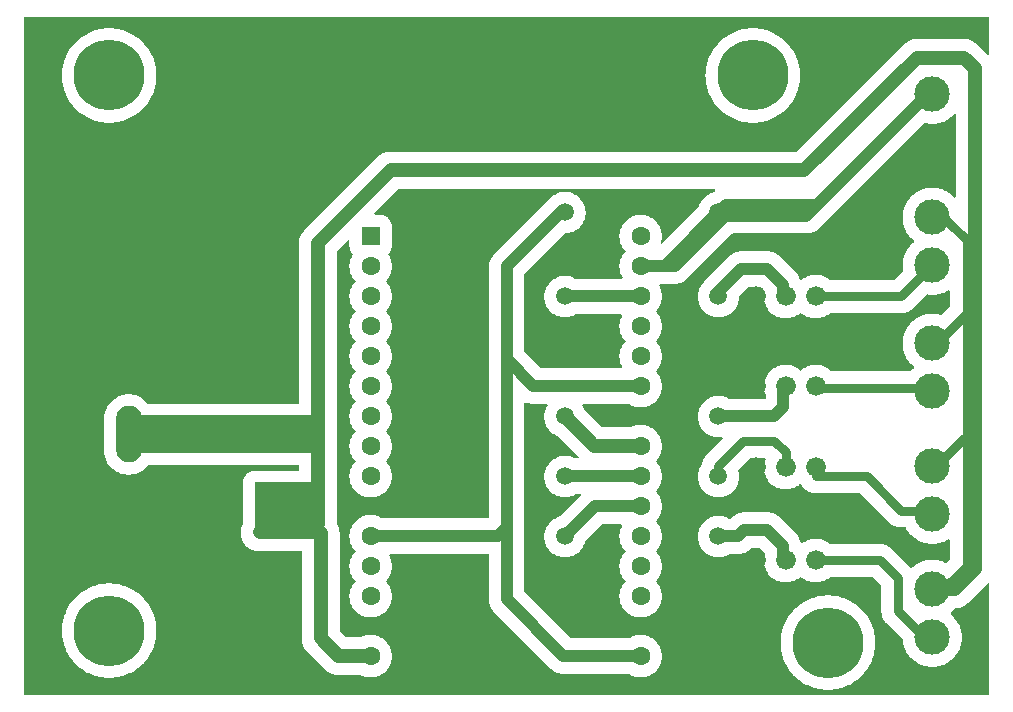
<source format=gbl>
G04 Layer_Physical_Order=2*
G04 Layer_Color=16711680*
%FSLAX44Y44*%
%MOMM*%
G71*
G01*
G75*
%ADD10C,0.8000*%
%ADD11C,1.2000*%
%ADD12C,1.0000*%
%ADD13R,4.8260X4.5720*%
%ADD14C,1.6000*%
%ADD15R,1.6000X1.6000*%
%ADD16C,3.0000*%
%ADD17C,1.5000*%
%ADD18O,2.2000X4.8000*%
%ADD19O,4.8000X2.2000*%
%ADD20C,2.5000*%
%ADD21C,1.6764*%
%ADD22C,6.0000*%
G36*
X1144190Y827018D02*
X1143807Y826736D01*
X1142920Y826499D01*
X1134020Y835400D01*
X1133255Y836116D01*
X1132445Y836780D01*
X1131594Y837391D01*
X1130704Y837944D01*
X1129780Y838438D01*
X1128826Y838870D01*
X1127846Y839239D01*
X1126843Y839543D01*
X1125823Y839781D01*
X1124790Y839952D01*
X1123747Y840054D01*
X1122700Y840089D01*
X1083040D01*
X1083039Y840089D01*
X1081992Y840054D01*
X1080950Y839952D01*
X1079916Y839781D01*
X1078896Y839543D01*
X1077894Y839239D01*
X1076913Y838870D01*
X1075959Y838438D01*
X1075035Y837944D01*
X1074146Y837391D01*
X1073294Y836780D01*
X1072484Y836116D01*
X1071720Y835400D01*
X1071719Y835399D01*
X980908Y744589D01*
X637203D01*
X637202Y744589D01*
X636155Y744554D01*
X635113Y744452D01*
X634079Y744281D01*
X633059Y744043D01*
X632057Y743739D01*
X631076Y743370D01*
X630122Y742938D01*
X629198Y742444D01*
X628309Y741891D01*
X627457Y741280D01*
X626647Y740616D01*
X625883Y739900D01*
X625882Y739899D01*
X564260Y678277D01*
X563544Y677513D01*
X562880Y676703D01*
X562269Y675851D01*
X561716Y674962D01*
X561222Y674038D01*
X560790Y673084D01*
X560421Y672103D01*
X560117Y671101D01*
X559879Y670081D01*
X559708Y669047D01*
X559606Y668005D01*
X559571Y666957D01*
Y531229D01*
X431922D01*
X431286Y531992D01*
X430416Y532916D01*
X429492Y533786D01*
X428517Y534598D01*
X427495Y535350D01*
X426429Y536040D01*
X425324Y536663D01*
X424183Y537219D01*
X423010Y537704D01*
X421810Y538118D01*
X420588Y538459D01*
X419347Y538725D01*
X418092Y538916D01*
X416828Y539031D01*
X415560Y539070D01*
X414291Y539031D01*
X413028Y538916D01*
X411773Y538725D01*
X410532Y538459D01*
X409310Y538118D01*
X408110Y537704D01*
X406937Y537219D01*
X405796Y536663D01*
X404691Y536040D01*
X403625Y535350D01*
X402603Y534598D01*
X401628Y533786D01*
X400704Y532916D01*
X399834Y531992D01*
X399022Y531017D01*
X398270Y529995D01*
X397580Y528929D01*
X396957Y527824D01*
X396401Y526683D01*
X395916Y525510D01*
X395502Y524310D01*
X395161Y523088D01*
X394895Y521847D01*
X394704Y520592D01*
X394589Y519328D01*
X394550Y518060D01*
Y492060D01*
X394589Y490792D01*
X394704Y489528D01*
X394895Y488273D01*
X395161Y487032D01*
X395502Y485810D01*
X395916Y484610D01*
X396401Y483437D01*
X396957Y482296D01*
X397580Y481191D01*
X398270Y480125D01*
X399022Y479103D01*
X399834Y478128D01*
X400704Y477204D01*
X401628Y476334D01*
X402603Y475522D01*
X403625Y474770D01*
X404691Y474080D01*
X405796Y473457D01*
X406937Y472901D01*
X408110Y472416D01*
X409310Y472002D01*
X410532Y471661D01*
X411773Y471395D01*
X413028Y471204D01*
X414291Y471089D01*
X415560Y471050D01*
X416828Y471089D01*
X418092Y471204D01*
X419347Y471395D01*
X420588Y471661D01*
X421810Y472002D01*
X423010Y472416D01*
X424183Y472901D01*
X425324Y473457D01*
X426429Y474080D01*
X427495Y474770D01*
X428517Y475522D01*
X429492Y476334D01*
X430416Y477204D01*
X431286Y478128D01*
X431922Y478891D01*
X559571D01*
Y474430D01*
X522240D01*
X521368Y474391D01*
X520502Y474277D01*
X519649Y474089D01*
X518816Y473826D01*
X518010Y473492D01*
X517235Y473088D01*
X516499Y472619D01*
X515806Y472088D01*
X515162Y471498D01*
X514572Y470854D01*
X514041Y470161D01*
X513572Y469425D01*
X513168Y468650D01*
X512834Y467844D01*
X512571Y467011D01*
X512383Y466158D01*
X512269Y465292D01*
X512230Y464420D01*
Y429679D01*
X512017Y429280D01*
X511585Y428326D01*
X511216Y427346D01*
X510912Y426343D01*
X510674Y425323D01*
X510503Y424290D01*
X510401Y423247D01*
X510366Y422200D01*
X510401Y421153D01*
X510503Y420111D01*
X510674Y419077D01*
X510912Y418057D01*
X511216Y417054D01*
X511585Y416074D01*
X512017Y415120D01*
X512511Y414196D01*
X513064Y413306D01*
X513675Y412455D01*
X514339Y411645D01*
X515055Y410880D01*
X515820Y410164D01*
X516629Y409500D01*
X517481Y408889D01*
X518371Y408336D01*
X519295Y407842D01*
X520249Y407410D01*
X521229Y407041D01*
X522232Y406737D01*
X523252Y406499D01*
X524285Y406328D01*
X525328Y406226D01*
X526375Y406191D01*
X562111D01*
Y332340D01*
X562146Y331293D01*
X562248Y330251D01*
X562419Y329217D01*
X562657Y328197D01*
X562961Y327194D01*
X563330Y326214D01*
X563762Y325260D01*
X564256Y324336D01*
X564809Y323446D01*
X565420Y322595D01*
X566084Y321785D01*
X566800Y321020D01*
X581640Y306180D01*
X582405Y305464D01*
X583215Y304800D01*
X584066Y304189D01*
X584956Y303636D01*
X585880Y303142D01*
X586834Y302710D01*
X587814Y302341D01*
X588817Y302037D01*
X589837Y301799D01*
X590871Y301628D01*
X591913Y301526D01*
X592960Y301491D01*
X612115D01*
X612384Y301348D01*
X613458Y300861D01*
X614561Y300446D01*
X615689Y300104D01*
X616836Y299836D01*
X617999Y299644D01*
X619172Y299529D01*
X620350Y299490D01*
X621528Y299529D01*
X622701Y299644D01*
X623863Y299836D01*
X625011Y300104D01*
X626139Y300446D01*
X627242Y300861D01*
X628315Y301348D01*
X629355Y301903D01*
X630355Y302526D01*
X631314Y303212D01*
X632225Y303960D01*
X633085Y304765D01*
X633890Y305625D01*
X634638Y306536D01*
X635324Y307494D01*
X635947Y308495D01*
X636502Y309534D01*
X636989Y310608D01*
X637404Y311711D01*
X637746Y312839D01*
X638013Y313986D01*
X638205Y315149D01*
X638321Y316322D01*
X638360Y317500D01*
X638321Y318678D01*
X638205Y319851D01*
X638013Y321013D01*
X637746Y322161D01*
X637404Y323289D01*
X636989Y324392D01*
X636502Y325466D01*
X635947Y326505D01*
X635324Y327506D01*
X634638Y328464D01*
X633890Y329375D01*
X633085Y330235D01*
X632225Y331040D01*
X631314Y331788D01*
X630355Y332475D01*
X629355Y333097D01*
X628315Y333652D01*
X627242Y334139D01*
X626139Y334554D01*
X625011Y334896D01*
X623863Y335164D01*
X622701Y335356D01*
X621528Y335471D01*
X620350Y335510D01*
X619172Y335471D01*
X617999Y335356D01*
X616836Y335164D01*
X615689Y334896D01*
X614561Y334554D01*
X613458Y334139D01*
X612384Y333652D01*
X612115Y333509D01*
X599591D01*
X594129Y338971D01*
Y421340D01*
X594094Y422387D01*
X593992Y423429D01*
X593821Y424463D01*
X593583Y425483D01*
X593279Y426486D01*
X592910Y427466D01*
X592478Y428420D01*
X591984Y429344D01*
X591589Y429980D01*
Y494900D01*
Y505060D01*
Y515220D01*
X591554Y516267D01*
X591532Y516490D01*
X591554Y516713D01*
X591589Y517760D01*
Y660327D01*
X601167Y669905D01*
X602340Y669419D01*
Y665100D01*
X602379Y664228D01*
X602492Y663362D01*
X602682Y662509D01*
X602944Y661677D01*
X603278Y660870D01*
X603681Y660095D01*
X604151Y659359D01*
X604682Y658666D01*
X605272Y658022D01*
X605471Y657840D01*
X605375Y657706D01*
X604753Y656705D01*
X604198Y655666D01*
X603711Y654592D01*
X603296Y653489D01*
X602954Y652361D01*
X602686Y651214D01*
X602494Y650051D01*
X602379Y648878D01*
X602340Y647700D01*
X602379Y646522D01*
X602494Y645349D01*
X602686Y644186D01*
X602954Y643039D01*
X603296Y641911D01*
X603711Y640808D01*
X604198Y639734D01*
X604753Y638695D01*
X605375Y637694D01*
X606062Y636736D01*
X606810Y635825D01*
X607583Y635000D01*
X606810Y634175D01*
X606062Y633264D01*
X605375Y632306D01*
X604753Y631305D01*
X604198Y630266D01*
X603711Y629192D01*
X603296Y628089D01*
X602954Y626961D01*
X602686Y625813D01*
X602494Y624651D01*
X602379Y623478D01*
X602340Y622300D01*
X602379Y621122D01*
X602494Y619949D01*
X602686Y618787D01*
X602954Y617639D01*
X603296Y616511D01*
X603711Y615408D01*
X604198Y614334D01*
X604753Y613295D01*
X605375Y612294D01*
X606062Y611336D01*
X606810Y610425D01*
X607583Y609600D01*
X606810Y608775D01*
X606062Y607864D01*
X605375Y606906D01*
X604753Y605905D01*
X604198Y604865D01*
X603711Y603792D01*
X603296Y602689D01*
X602954Y601561D01*
X602686Y600414D01*
X602494Y599251D01*
X602379Y598078D01*
X602340Y596900D01*
X602379Y595722D01*
X602494Y594549D01*
X602686Y593386D01*
X602954Y592239D01*
X603296Y591111D01*
X603711Y590008D01*
X604198Y588935D01*
X604753Y587895D01*
X605375Y586894D01*
X606062Y585936D01*
X606810Y585025D01*
X607583Y584200D01*
X606810Y583375D01*
X606062Y582464D01*
X605375Y581506D01*
X604753Y580505D01*
X604198Y579465D01*
X603711Y578392D01*
X603296Y577289D01*
X602954Y576161D01*
X602686Y575014D01*
X602494Y573851D01*
X602379Y572678D01*
X602340Y571500D01*
X602379Y570322D01*
X602494Y569149D01*
X602686Y567986D01*
X602954Y566839D01*
X603296Y565711D01*
X603711Y564608D01*
X604198Y563535D01*
X604753Y562495D01*
X605375Y561494D01*
X606062Y560536D01*
X606810Y559625D01*
X607583Y558800D01*
X606810Y557975D01*
X606062Y557064D01*
X605375Y556106D01*
X604753Y555105D01*
X604198Y554066D01*
X603711Y552992D01*
X603296Y551889D01*
X602954Y550761D01*
X602686Y549613D01*
X602494Y548451D01*
X602379Y547278D01*
X602340Y546100D01*
X602379Y544922D01*
X602494Y543749D01*
X602686Y542587D01*
X602954Y541439D01*
X603296Y540311D01*
X603711Y539208D01*
X604198Y538134D01*
X604753Y537095D01*
X605375Y536094D01*
X606062Y535136D01*
X606810Y534225D01*
X607583Y533400D01*
X606810Y532575D01*
X606062Y531664D01*
X605375Y530706D01*
X604753Y529705D01*
X604198Y528666D01*
X603711Y527592D01*
X603296Y526489D01*
X602954Y525361D01*
X602686Y524213D01*
X602494Y523051D01*
X602379Y521878D01*
X602340Y520700D01*
X602379Y519522D01*
X602494Y518349D01*
X602686Y517187D01*
X602954Y516039D01*
X603296Y514911D01*
X603711Y513808D01*
X604198Y512734D01*
X604753Y511695D01*
X605375Y510694D01*
X606062Y509736D01*
X606810Y508825D01*
X607583Y508000D01*
X606810Y507175D01*
X606062Y506264D01*
X605375Y505306D01*
X604753Y504305D01*
X604198Y503265D01*
X603711Y502192D01*
X603296Y501089D01*
X602954Y499961D01*
X602686Y498814D01*
X602494Y497651D01*
X602379Y496478D01*
X602340Y495300D01*
X602379Y494122D01*
X602494Y492949D01*
X602686Y491786D01*
X602954Y490639D01*
X603296Y489511D01*
X603711Y488408D01*
X604198Y487335D01*
X604753Y486295D01*
X605375Y485294D01*
X606062Y484336D01*
X606810Y483425D01*
X607583Y482600D01*
X606810Y481775D01*
X606062Y480864D01*
X605375Y479906D01*
X604753Y478905D01*
X604198Y477865D01*
X603711Y476792D01*
X603296Y475689D01*
X602954Y474561D01*
X602686Y473414D01*
X602494Y472251D01*
X602379Y471078D01*
X602340Y469900D01*
X602379Y468722D01*
X602494Y467549D01*
X602686Y466386D01*
X602954Y465239D01*
X603296Y464111D01*
X603711Y463008D01*
X604198Y461935D01*
X604753Y460895D01*
X605375Y459894D01*
X606062Y458936D01*
X606810Y458025D01*
X607615Y457165D01*
X608475Y456360D01*
X609386Y455612D01*
X610344Y454925D01*
X611345Y454303D01*
X612384Y453748D01*
X613458Y453261D01*
X614561Y452846D01*
X615689Y452504D01*
X616836Y452236D01*
X617999Y452044D01*
X619172Y451929D01*
X620350Y451890D01*
X621528Y451929D01*
X622701Y452044D01*
X623863Y452236D01*
X625011Y452504D01*
X626139Y452846D01*
X627242Y453261D01*
X628315Y453748D01*
X629355Y454303D01*
X630355Y454925D01*
X631314Y455612D01*
X632225Y456360D01*
X633085Y457165D01*
X633890Y458025D01*
X634638Y458936D01*
X635324Y459894D01*
X635947Y460895D01*
X636502Y461935D01*
X636989Y463008D01*
X637404Y464111D01*
X637746Y465239D01*
X638013Y466386D01*
X638205Y467549D01*
X638321Y468722D01*
X638360Y469900D01*
X638321Y471078D01*
X638205Y472251D01*
X638013Y473414D01*
X637746Y474561D01*
X637404Y475689D01*
X636989Y476792D01*
X636502Y477865D01*
X635947Y478905D01*
X635324Y479906D01*
X634638Y480864D01*
X633890Y481775D01*
X633117Y482600D01*
X633890Y483425D01*
X634638Y484336D01*
X635324Y485294D01*
X635947Y486295D01*
X636502Y487335D01*
X636989Y488408D01*
X637404Y489511D01*
X637746Y490639D01*
X638013Y491786D01*
X638205Y492949D01*
X638321Y494122D01*
X638360Y495300D01*
X638321Y496478D01*
X638205Y497651D01*
X638013Y498814D01*
X637746Y499961D01*
X637404Y501089D01*
X636989Y502192D01*
X636502Y503265D01*
X635947Y504305D01*
X635324Y505306D01*
X634638Y506264D01*
X633890Y507175D01*
X633117Y508000D01*
X633890Y508825D01*
X634638Y509736D01*
X635324Y510694D01*
X635947Y511695D01*
X636502Y512734D01*
X636989Y513808D01*
X637404Y514911D01*
X637746Y516039D01*
X638013Y517187D01*
X638205Y518349D01*
X638321Y519522D01*
X638360Y520700D01*
X638321Y521878D01*
X638205Y523051D01*
X638013Y524213D01*
X637746Y525361D01*
X637404Y526489D01*
X636989Y527592D01*
X636502Y528666D01*
X635947Y529705D01*
X635324Y530706D01*
X634638Y531664D01*
X633890Y532575D01*
X633117Y533400D01*
X633890Y534225D01*
X634638Y535136D01*
X635324Y536094D01*
X635947Y537095D01*
X636502Y538134D01*
X636989Y539208D01*
X637404Y540311D01*
X637746Y541439D01*
X638013Y542587D01*
X638205Y543749D01*
X638321Y544922D01*
X638360Y546100D01*
X638321Y547278D01*
X638205Y548451D01*
X638013Y549613D01*
X637746Y550761D01*
X637404Y551889D01*
X636989Y552992D01*
X636502Y554066D01*
X635947Y555105D01*
X635324Y556106D01*
X634638Y557064D01*
X633890Y557975D01*
X633117Y558800D01*
X633890Y559625D01*
X634638Y560536D01*
X635324Y561494D01*
X635947Y562495D01*
X636502Y563535D01*
X636989Y564608D01*
X637404Y565711D01*
X637746Y566839D01*
X638013Y567986D01*
X638205Y569149D01*
X638321Y570322D01*
X638360Y571500D01*
X638321Y572678D01*
X638205Y573851D01*
X638013Y575014D01*
X637746Y576161D01*
X637404Y577289D01*
X636989Y578392D01*
X636502Y579465D01*
X635947Y580505D01*
X635324Y581506D01*
X634638Y582464D01*
X633890Y583375D01*
X633117Y584200D01*
X633890Y585025D01*
X634638Y585936D01*
X635324Y586894D01*
X635947Y587895D01*
X636502Y588935D01*
X636989Y590008D01*
X637404Y591111D01*
X637746Y592239D01*
X638013Y593386D01*
X638205Y594549D01*
X638321Y595722D01*
X638360Y596900D01*
X638321Y598078D01*
X638205Y599251D01*
X638013Y600414D01*
X637746Y601561D01*
X637404Y602689D01*
X636989Y603792D01*
X636502Y604865D01*
X635947Y605905D01*
X635324Y606906D01*
X634638Y607864D01*
X633890Y608775D01*
X633117Y609600D01*
X633890Y610425D01*
X634638Y611336D01*
X635324Y612294D01*
X635947Y613295D01*
X636502Y614334D01*
X636989Y615408D01*
X637404Y616511D01*
X637746Y617639D01*
X638013Y618787D01*
X638205Y619949D01*
X638321Y621122D01*
X638360Y622300D01*
X638321Y623478D01*
X638205Y624651D01*
X638013Y625813D01*
X637746Y626961D01*
X637404Y628089D01*
X636989Y629192D01*
X636502Y630266D01*
X635947Y631305D01*
X635324Y632306D01*
X634638Y633264D01*
X633890Y634175D01*
X633117Y635000D01*
X633890Y635825D01*
X634638Y636736D01*
X635324Y637694D01*
X635947Y638695D01*
X636502Y639734D01*
X636989Y640808D01*
X637404Y641911D01*
X637746Y643039D01*
X638013Y644186D01*
X638205Y645349D01*
X638321Y646522D01*
X638360Y647700D01*
X638321Y648878D01*
X638205Y650051D01*
X638013Y651214D01*
X637746Y652361D01*
X637404Y653489D01*
X636989Y654592D01*
X636502Y655666D01*
X635947Y656705D01*
X635324Y657706D01*
X635228Y657840D01*
X635428Y658022D01*
X636018Y658666D01*
X636549Y659359D01*
X637018Y660095D01*
X637422Y660870D01*
X637756Y661677D01*
X638018Y662509D01*
X638207Y663362D01*
X638321Y664228D01*
X638359Y665100D01*
Y681100D01*
X638321Y681972D01*
X638207Y682838D01*
X638018Y683691D01*
X637756Y684523D01*
X637422Y685330D01*
X637018Y686105D01*
X636549Y686841D01*
X636018Y687534D01*
X635428Y688178D01*
X634784Y688768D01*
X634091Y689299D01*
X633355Y689769D01*
X632580Y690172D01*
X631773Y690506D01*
X630941Y690768D01*
X630088Y690957D01*
X629222Y691071D01*
X628350Y691109D01*
X624031D01*
X623545Y692283D01*
X643833Y712571D01*
X911736D01*
X912145Y711638D01*
X912150Y711301D01*
X911421Y710714D01*
X910654Y709999D01*
X910368Y709933D01*
X909272Y709600D01*
X908199Y709196D01*
X907156Y708724D01*
X906145Y708184D01*
X905172Y707579D01*
X904241Y706911D01*
X903355Y706184D01*
X902519Y705401D01*
X901736Y704565D01*
X901009Y703679D01*
X900341Y702748D01*
X899736Y701775D01*
X899196Y700764D01*
X898724Y699721D01*
X898320Y698648D01*
X897987Y697552D01*
X897921Y697268D01*
X866997Y666343D01*
X865904Y667047D01*
X866004Y667311D01*
X866346Y668439D01*
X866613Y669586D01*
X866805Y670749D01*
X866921Y671922D01*
X866960Y673100D01*
X866921Y674278D01*
X866805Y675451D01*
X866613Y676613D01*
X866346Y677761D01*
X866004Y678889D01*
X865589Y679992D01*
X865102Y681066D01*
X864547Y682105D01*
X863924Y683106D01*
X863238Y684064D01*
X862490Y684975D01*
X861685Y685835D01*
X860825Y686640D01*
X859913Y687388D01*
X858956Y688074D01*
X857955Y688697D01*
X856915Y689252D01*
X855842Y689739D01*
X854739Y690154D01*
X853611Y690496D01*
X852463Y690764D01*
X851301Y690956D01*
X850128Y691071D01*
X848950Y691110D01*
X847772Y691071D01*
X846599Y690956D01*
X845436Y690764D01*
X844289Y690496D01*
X843161Y690154D01*
X842058Y689739D01*
X840984Y689252D01*
X839945Y688697D01*
X838944Y688074D01*
X837986Y687388D01*
X837075Y686640D01*
X836215Y685835D01*
X835410Y684975D01*
X834662Y684064D01*
X833975Y683106D01*
X833353Y682105D01*
X832797Y681066D01*
X832311Y679992D01*
X831896Y678889D01*
X831554Y677761D01*
X831286Y676613D01*
X831094Y675451D01*
X830979Y674278D01*
X830940Y673100D01*
X830979Y671922D01*
X831094Y670749D01*
X831286Y669586D01*
X831554Y668439D01*
X831896Y667311D01*
X832311Y666208D01*
X832797Y665135D01*
X833353Y664095D01*
X833975Y663094D01*
X834662Y662136D01*
X835410Y661225D01*
X836183Y660400D01*
X835410Y659575D01*
X834662Y658664D01*
X833975Y657706D01*
X833353Y656705D01*
X832797Y655666D01*
X832311Y654592D01*
X831896Y653489D01*
X831554Y652361D01*
X831286Y651214D01*
X831094Y650051D01*
X830979Y648878D01*
X830940Y647700D01*
X830979Y646522D01*
X831094Y645349D01*
X831286Y644186D01*
X831554Y643039D01*
X831896Y641911D01*
X832311Y640808D01*
X832797Y639734D01*
X833353Y638695D01*
X833674Y638180D01*
X833056Y636910D01*
X793902D01*
X793655Y637063D01*
X792644Y637604D01*
X791601Y638077D01*
X790528Y638480D01*
X789432Y638813D01*
X788316Y639073D01*
X787185Y639260D01*
X786045Y639372D01*
X784900Y639409D01*
X783755Y639372D01*
X782615Y639260D01*
X781484Y639073D01*
X780368Y638813D01*
X779272Y638480D01*
X778199Y638077D01*
X777156Y637604D01*
X776145Y637063D01*
X775172Y636459D01*
X774241Y635791D01*
X773355Y635064D01*
X772519Y634281D01*
X771736Y633445D01*
X771009Y632559D01*
X770341Y631628D01*
X769736Y630655D01*
X769196Y629644D01*
X768724Y628601D01*
X768320Y627528D01*
X767987Y626432D01*
X767727Y625316D01*
X767540Y624185D01*
X767428Y623045D01*
X767391Y621900D01*
X767428Y620755D01*
X767540Y619615D01*
X767727Y618484D01*
X767987Y617368D01*
X768320Y616272D01*
X768724Y615200D01*
X769196Y614156D01*
X769736Y613145D01*
X770341Y612172D01*
X771009Y611241D01*
X771736Y610355D01*
X772519Y609519D01*
X773355Y608736D01*
X774241Y608009D01*
X775172Y607341D01*
X776145Y606736D01*
X777156Y606196D01*
X778199Y605723D01*
X779272Y605320D01*
X780368Y604987D01*
X781484Y604727D01*
X782615Y604540D01*
X783755Y604428D01*
X784900Y604391D01*
X786045Y604428D01*
X787185Y604540D01*
X788316Y604727D01*
X789432Y604987D01*
X790528Y605320D01*
X791601Y605723D01*
X792644Y606196D01*
X793655Y606736D01*
X793902Y606890D01*
X832704D01*
X833201Y605620D01*
X832797Y604865D01*
X832311Y603792D01*
X831896Y602689D01*
X831554Y601561D01*
X831286Y600414D01*
X831094Y599251D01*
X830979Y598078D01*
X830940Y596900D01*
X830979Y595722D01*
X831094Y594549D01*
X831286Y593386D01*
X831554Y592239D01*
X831896Y591111D01*
X832311Y590008D01*
X832797Y588935D01*
X833353Y587895D01*
X833975Y586894D01*
X834662Y585936D01*
X835410Y585025D01*
X836183Y584200D01*
X835410Y583375D01*
X834662Y582464D01*
X833975Y581506D01*
X833353Y580505D01*
X832797Y579465D01*
X832311Y578392D01*
X831896Y577289D01*
X831554Y576161D01*
X831286Y575014D01*
X831094Y573851D01*
X830979Y572678D01*
X830940Y571500D01*
X830979Y570322D01*
X831094Y569149D01*
X831286Y567986D01*
X831554Y566839D01*
X831896Y565711D01*
X832311Y564608D01*
X832797Y563535D01*
X833353Y562495D01*
X833425Y562380D01*
X832719Y561110D01*
X764277D01*
X750610Y574777D01*
Y639380D01*
Y641083D01*
X785042Y675515D01*
X786045Y675548D01*
X787185Y675660D01*
X788316Y675847D01*
X789432Y676107D01*
X790528Y676440D01*
X791601Y676843D01*
X792644Y677316D01*
X793655Y677857D01*
X794628Y678462D01*
X795559Y679129D01*
X796445Y679856D01*
X797281Y680639D01*
X798064Y681475D01*
X798791Y682361D01*
X799458Y683292D01*
X800064Y684265D01*
X800604Y685276D01*
X801077Y686320D01*
X801480Y687392D01*
X801813Y688488D01*
X802073Y689604D01*
X802260Y690735D01*
X802372Y691875D01*
X802409Y693020D01*
X802372Y694165D01*
X802260Y695305D01*
X802073Y696436D01*
X801813Y697552D01*
X801480Y698648D01*
X801077Y699721D01*
X800604Y700764D01*
X800064Y701775D01*
X799458Y702748D01*
X798791Y703679D01*
X798064Y704565D01*
X797281Y705401D01*
X796445Y706184D01*
X795559Y706911D01*
X794628Y707579D01*
X793655Y708184D01*
X792644Y708724D01*
X791601Y709196D01*
X790528Y709600D01*
X789432Y709933D01*
X788316Y710193D01*
X787185Y710380D01*
X786045Y710492D01*
X784900Y710529D01*
X783755Y710492D01*
X782615Y710380D01*
X781484Y710193D01*
X780368Y709933D01*
X779272Y709600D01*
X778199Y709196D01*
X777156Y708724D01*
X776145Y708184D01*
X775172Y707579D01*
X774333Y706977D01*
X774115Y706826D01*
X773281Y706153D01*
X772497Y705423D01*
X724987Y657913D01*
X724257Y657129D01*
X723584Y656295D01*
X722973Y655415D01*
X722426Y654493D01*
X721947Y653535D01*
X721537Y652545D01*
X721198Y651529D01*
X720934Y650490D01*
X720743Y649436D01*
X720629Y648371D01*
X720590Y647300D01*
Y641639D01*
X720479Y640601D01*
X720441Y639530D01*
X720479Y638459D01*
X720590Y637421D01*
Y568560D01*
Y434110D01*
X630299D01*
X629355Y434697D01*
X628315Y435252D01*
X627242Y435739D01*
X626139Y436154D01*
X625011Y436496D01*
X623863Y436764D01*
X622701Y436956D01*
X621528Y437071D01*
X620350Y437110D01*
X619172Y437071D01*
X617999Y436956D01*
X616836Y436764D01*
X615689Y436496D01*
X614561Y436154D01*
X613458Y435739D01*
X612384Y435252D01*
X611345Y434697D01*
X610344Y434075D01*
X609386Y433388D01*
X608475Y432640D01*
X607615Y431835D01*
X606810Y430975D01*
X606062Y430064D01*
X605375Y429106D01*
X604753Y428105D01*
X604198Y427066D01*
X603711Y425992D01*
X603296Y424889D01*
X602954Y423761D01*
X602686Y422613D01*
X602494Y421451D01*
X602379Y420278D01*
X602340Y419100D01*
X602379Y417922D01*
X602494Y416749D01*
X602686Y415587D01*
X602954Y414439D01*
X603296Y413311D01*
X603711Y412208D01*
X604198Y411134D01*
X604753Y410095D01*
X605375Y409094D01*
X606062Y408136D01*
X606810Y407225D01*
X607583Y406400D01*
X606810Y405575D01*
X606062Y404664D01*
X605375Y403706D01*
X604753Y402705D01*
X604198Y401665D01*
X603711Y400592D01*
X603296Y399489D01*
X602954Y398361D01*
X602686Y397214D01*
X602494Y396051D01*
X602379Y394878D01*
X602340Y393700D01*
X602379Y392522D01*
X602494Y391349D01*
X602686Y390187D01*
X602954Y389039D01*
X603296Y387911D01*
X603711Y386808D01*
X604198Y385734D01*
X604753Y384695D01*
X605375Y383694D01*
X606062Y382736D01*
X606810Y381825D01*
X607583Y381000D01*
X606810Y380175D01*
X606062Y379264D01*
X605375Y378306D01*
X604753Y377305D01*
X604198Y376265D01*
X603711Y375192D01*
X603296Y374089D01*
X602954Y372961D01*
X602686Y371814D01*
X602494Y370651D01*
X602379Y369478D01*
X602340Y368300D01*
X602379Y367122D01*
X602494Y365949D01*
X602686Y364786D01*
X602954Y363639D01*
X603296Y362511D01*
X603711Y361408D01*
X604198Y360335D01*
X604753Y359295D01*
X605375Y358294D01*
X606062Y357336D01*
X606810Y356425D01*
X607615Y355565D01*
X608475Y354760D01*
X609386Y354012D01*
X610344Y353326D01*
X611345Y352703D01*
X612384Y352148D01*
X613458Y351661D01*
X614561Y351246D01*
X615689Y350904D01*
X616836Y350636D01*
X617999Y350444D01*
X619172Y350329D01*
X620350Y350290D01*
X621528Y350329D01*
X622701Y350444D01*
X623863Y350636D01*
X625011Y350904D01*
X626139Y351246D01*
X627242Y351661D01*
X628315Y352148D01*
X629355Y352703D01*
X630355Y353326D01*
X631314Y354012D01*
X632225Y354760D01*
X633085Y355565D01*
X633890Y356425D01*
X634638Y357336D01*
X635324Y358294D01*
X635947Y359295D01*
X636502Y360335D01*
X636989Y361408D01*
X637404Y362511D01*
X637746Y363639D01*
X638013Y364786D01*
X638205Y365949D01*
X638321Y367122D01*
X638360Y368300D01*
X638321Y369478D01*
X638205Y370651D01*
X638013Y371814D01*
X637746Y372961D01*
X637404Y374089D01*
X636989Y375192D01*
X636502Y376265D01*
X635947Y377305D01*
X635324Y378306D01*
X634638Y379264D01*
X633890Y380175D01*
X633117Y381000D01*
X633890Y381825D01*
X634638Y382736D01*
X635324Y383694D01*
X635947Y384695D01*
X636502Y385734D01*
X636989Y386808D01*
X637404Y387911D01*
X637746Y389039D01*
X638013Y390187D01*
X638205Y391349D01*
X638321Y392522D01*
X638360Y393700D01*
X638321Y394878D01*
X638205Y396051D01*
X638013Y397214D01*
X637746Y398361D01*
X637404Y399489D01*
X636989Y400592D01*
X636502Y401665D01*
X635947Y402705D01*
X635875Y402820D01*
X636581Y404090D01*
X720590D01*
Y365360D01*
X720629Y364289D01*
X720743Y363224D01*
X720934Y362169D01*
X721198Y361131D01*
X721537Y360115D01*
X721947Y359125D01*
X722426Y358167D01*
X722973Y357245D01*
X723584Y356365D01*
X724257Y355531D01*
X724987Y354747D01*
X772847Y306887D01*
X773631Y306157D01*
X774465Y305484D01*
X775345Y304873D01*
X776267Y304326D01*
X777225Y303847D01*
X778215Y303437D01*
X779231Y303098D01*
X780269Y302833D01*
X781324Y302643D01*
X782389Y302529D01*
X783460Y302490D01*
X839001D01*
X839945Y301903D01*
X840984Y301348D01*
X842058Y300861D01*
X843161Y300446D01*
X844289Y300104D01*
X845436Y299836D01*
X846599Y299644D01*
X847772Y299529D01*
X848950Y299490D01*
X850128Y299529D01*
X851301Y299644D01*
X852463Y299836D01*
X853611Y300104D01*
X854739Y300446D01*
X855842Y300861D01*
X856915Y301348D01*
X857955Y301903D01*
X858956Y302526D01*
X859913Y303212D01*
X860825Y303960D01*
X861685Y304765D01*
X862490Y305625D01*
X863238Y306536D01*
X863924Y307494D01*
X864547Y308495D01*
X865102Y309534D01*
X865589Y310608D01*
X866004Y311711D01*
X866346Y312839D01*
X866613Y313986D01*
X866805Y315149D01*
X866921Y316322D01*
X866960Y317500D01*
X866921Y318678D01*
X866805Y319851D01*
X866613Y321013D01*
X866346Y322161D01*
X866004Y323289D01*
X865589Y324392D01*
X865102Y325466D01*
X864547Y326505D01*
X863924Y327506D01*
X863238Y328464D01*
X862490Y329375D01*
X861685Y330235D01*
X860825Y331040D01*
X859913Y331788D01*
X858956Y332475D01*
X857955Y333097D01*
X856915Y333652D01*
X855842Y334139D01*
X854739Y334554D01*
X853611Y334896D01*
X852463Y335164D01*
X851301Y335356D01*
X850128Y335471D01*
X848950Y335510D01*
X847772Y335471D01*
X846599Y335356D01*
X845436Y335164D01*
X844289Y334896D01*
X843161Y334554D01*
X842058Y334139D01*
X840984Y333652D01*
X839945Y333097D01*
X839001Y332510D01*
X789677D01*
X750610Y371577D01*
Y426320D01*
Y531635D01*
X750738Y531819D01*
X751825Y532447D01*
X752815Y532037D01*
X753831Y531698D01*
X754870Y531433D01*
X755924Y531243D01*
X756989Y531129D01*
X758060Y531090D01*
X769541D01*
X770006Y530473D01*
X770213Y529820D01*
X769736Y529055D01*
X769196Y528044D01*
X768724Y527001D01*
X768320Y525928D01*
X767987Y524832D01*
X767727Y523716D01*
X767540Y522585D01*
X767428Y521445D01*
X767391Y520300D01*
X767428Y519155D01*
X767540Y518015D01*
X767727Y516884D01*
X767987Y515768D01*
X768320Y514672D01*
X768724Y513600D01*
X769196Y512556D01*
X769736Y511545D01*
X770341Y510572D01*
X771009Y509641D01*
X771736Y508755D01*
X772519Y507919D01*
X773355Y507136D01*
X774241Y506409D01*
X775172Y505742D01*
X776145Y505136D01*
X777156Y504596D01*
X778199Y504123D01*
X778580Y503980D01*
X796478Y486083D01*
X795992Y484910D01*
X793194D01*
X792644Y485204D01*
X791601Y485676D01*
X790528Y486080D01*
X789432Y486413D01*
X788316Y486673D01*
X787185Y486860D01*
X786045Y486972D01*
X784900Y487009D01*
X783755Y486972D01*
X782615Y486860D01*
X781484Y486673D01*
X780368Y486413D01*
X779272Y486080D01*
X778199Y485676D01*
X777156Y485204D01*
X776145Y484664D01*
X775172Y484058D01*
X774241Y483391D01*
X773355Y482664D01*
X772519Y481881D01*
X771736Y481045D01*
X771009Y480159D01*
X770341Y479228D01*
X769736Y478255D01*
X769196Y477244D01*
X768724Y476200D01*
X768320Y475128D01*
X767987Y474032D01*
X767727Y472916D01*
X767540Y471785D01*
X767428Y470645D01*
X767391Y469500D01*
X767428Y468355D01*
X767540Y467215D01*
X767727Y466084D01*
X767987Y464968D01*
X768320Y463872D01*
X768724Y462799D01*
X769196Y461756D01*
X769736Y460745D01*
X770341Y459772D01*
X771009Y458841D01*
X771736Y457955D01*
X772519Y457119D01*
X773355Y456336D01*
X774241Y455609D01*
X775172Y454941D01*
X776145Y454337D01*
X777156Y453796D01*
X778199Y453324D01*
X779272Y452920D01*
X780368Y452587D01*
X781484Y452327D01*
X782615Y452140D01*
X783755Y452028D01*
X784900Y451991D01*
X786045Y452028D01*
X787185Y452140D01*
X788316Y452327D01*
X789432Y452587D01*
X790528Y452920D01*
X791601Y453324D01*
X792644Y453796D01*
X793655Y454337D01*
X794546Y454890D01*
X798204D01*
X798690Y453717D01*
X780652Y435679D01*
X780368Y435613D01*
X779272Y435280D01*
X778199Y434877D01*
X777156Y434404D01*
X776145Y433863D01*
X775172Y433259D01*
X774241Y432591D01*
X773355Y431864D01*
X772519Y431081D01*
X771736Y430245D01*
X771009Y429359D01*
X770341Y428428D01*
X769736Y427455D01*
X769196Y426444D01*
X768724Y425401D01*
X768320Y424328D01*
X767987Y423232D01*
X767727Y422116D01*
X767540Y420985D01*
X767428Y419845D01*
X767391Y418700D01*
X767428Y417555D01*
X767540Y416415D01*
X767727Y415284D01*
X767987Y414168D01*
X768320Y413072D01*
X768724Y412000D01*
X769196Y410956D01*
X769736Y409945D01*
X770341Y408972D01*
X771009Y408041D01*
X771736Y407155D01*
X772519Y406319D01*
X773355Y405536D01*
X774241Y404809D01*
X775172Y404142D01*
X776145Y403536D01*
X777156Y402996D01*
X778199Y402523D01*
X779272Y402120D01*
X780368Y401787D01*
X781484Y401527D01*
X782615Y401340D01*
X783755Y401228D01*
X784900Y401191D01*
X786045Y401228D01*
X787185Y401340D01*
X788316Y401527D01*
X789432Y401787D01*
X790528Y402120D01*
X791601Y402523D01*
X792644Y402996D01*
X793655Y403536D01*
X794628Y404142D01*
X795559Y404809D01*
X796445Y405536D01*
X797281Y406319D01*
X798064Y407155D01*
X798791Y408041D01*
X799458Y408972D01*
X800064Y409945D01*
X800604Y410956D01*
X801077Y412000D01*
X801480Y413072D01*
X801813Y414168D01*
X801879Y414452D01*
X816917Y429490D01*
X832719D01*
X833425Y428220D01*
X833353Y428105D01*
X832797Y427066D01*
X832311Y425992D01*
X831896Y424889D01*
X831554Y423761D01*
X831286Y422613D01*
X831094Y421451D01*
X830979Y420278D01*
X830940Y419100D01*
X830979Y417922D01*
X831094Y416749D01*
X831286Y415587D01*
X831554Y414439D01*
X831896Y413311D01*
X832311Y412208D01*
X832797Y411134D01*
X833353Y410095D01*
X833975Y409094D01*
X834662Y408136D01*
X835410Y407225D01*
X836183Y406400D01*
X835410Y405575D01*
X834662Y404664D01*
X833975Y403706D01*
X833353Y402705D01*
X832797Y401665D01*
X832311Y400592D01*
X831896Y399489D01*
X831554Y398361D01*
X831286Y397214D01*
X831094Y396051D01*
X830979Y394878D01*
X830940Y393700D01*
X830979Y392522D01*
X831094Y391349D01*
X831286Y390187D01*
X831554Y389039D01*
X831896Y387911D01*
X832311Y386808D01*
X832797Y385734D01*
X833353Y384695D01*
X833975Y383694D01*
X834662Y382736D01*
X835410Y381825D01*
X836183Y381000D01*
X835410Y380175D01*
X834662Y379264D01*
X833975Y378306D01*
X833353Y377305D01*
X832797Y376265D01*
X832311Y375192D01*
X831896Y374089D01*
X831554Y372961D01*
X831286Y371814D01*
X831094Y370651D01*
X830979Y369478D01*
X830940Y368300D01*
X830979Y367122D01*
X831094Y365949D01*
X831286Y364786D01*
X831554Y363639D01*
X831896Y362511D01*
X832311Y361408D01*
X832797Y360335D01*
X833353Y359295D01*
X833975Y358294D01*
X834662Y357336D01*
X835410Y356425D01*
X836215Y355565D01*
X837075Y354760D01*
X837986Y354012D01*
X838944Y353326D01*
X839945Y352703D01*
X840984Y352148D01*
X842058Y351661D01*
X843161Y351246D01*
X844289Y350904D01*
X845436Y350636D01*
X846599Y350444D01*
X847772Y350329D01*
X848950Y350290D01*
X850128Y350329D01*
X851301Y350444D01*
X852463Y350636D01*
X853611Y350904D01*
X854739Y351246D01*
X855842Y351661D01*
X856915Y352148D01*
X857955Y352703D01*
X858956Y353326D01*
X859913Y354012D01*
X860825Y354760D01*
X861685Y355565D01*
X862490Y356425D01*
X863238Y357336D01*
X863924Y358294D01*
X864547Y359295D01*
X865102Y360335D01*
X865589Y361408D01*
X866004Y362511D01*
X866346Y363639D01*
X866613Y364786D01*
X866805Y365949D01*
X866921Y367122D01*
X866960Y368300D01*
X866921Y369478D01*
X866805Y370651D01*
X866613Y371814D01*
X866346Y372961D01*
X866004Y374089D01*
X865589Y375192D01*
X865102Y376265D01*
X864547Y377305D01*
X863924Y378306D01*
X863238Y379264D01*
X862490Y380175D01*
X861717Y381000D01*
X862490Y381825D01*
X863238Y382736D01*
X863924Y383694D01*
X864547Y384695D01*
X865102Y385734D01*
X865589Y386808D01*
X866004Y387911D01*
X866346Y389039D01*
X866613Y390187D01*
X866805Y391349D01*
X866921Y392522D01*
X866960Y393700D01*
X866921Y394878D01*
X866805Y396051D01*
X866613Y397214D01*
X866346Y398361D01*
X866004Y399489D01*
X865589Y400592D01*
X865102Y401665D01*
X864547Y402705D01*
X863924Y403706D01*
X863238Y404664D01*
X862490Y405575D01*
X861717Y406400D01*
X862490Y407225D01*
X863238Y408136D01*
X863924Y409094D01*
X864547Y410095D01*
X865102Y411134D01*
X865589Y412208D01*
X866004Y413311D01*
X866346Y414439D01*
X866613Y415587D01*
X866805Y416749D01*
X866921Y417922D01*
X866960Y419100D01*
X866921Y420278D01*
X866805Y421451D01*
X866613Y422613D01*
X866346Y423761D01*
X866004Y424889D01*
X865589Y425992D01*
X865102Y427066D01*
X864547Y428105D01*
X863924Y429106D01*
X863238Y430064D01*
X862490Y430975D01*
X861717Y431800D01*
X862490Y432625D01*
X863238Y433536D01*
X863924Y434494D01*
X864547Y435495D01*
X865102Y436535D01*
X865589Y437608D01*
X866004Y438711D01*
X866346Y439839D01*
X866613Y440987D01*
X866805Y442149D01*
X866921Y443322D01*
X866960Y444500D01*
X866921Y445678D01*
X866805Y446851D01*
X866613Y448013D01*
X866346Y449161D01*
X866004Y450289D01*
X865589Y451392D01*
X865102Y452466D01*
X864547Y453505D01*
X863924Y454506D01*
X863238Y455464D01*
X862490Y456375D01*
X861717Y457200D01*
X862490Y458025D01*
X863238Y458936D01*
X863924Y459894D01*
X864547Y460895D01*
X865102Y461935D01*
X865589Y463008D01*
X866004Y464111D01*
X866346Y465239D01*
X866613Y466386D01*
X866805Y467549D01*
X866921Y468722D01*
X866960Y469900D01*
X866921Y471078D01*
X866805Y472251D01*
X866613Y473414D01*
X866346Y474561D01*
X866004Y475689D01*
X865589Y476792D01*
X865102Y477865D01*
X864547Y478905D01*
X863924Y479906D01*
X863238Y480864D01*
X862490Y481775D01*
X861717Y482600D01*
X862490Y483425D01*
X863238Y484336D01*
X863924Y485294D01*
X864547Y486295D01*
X865102Y487335D01*
X865589Y488408D01*
X866004Y489511D01*
X866346Y490639D01*
X866613Y491786D01*
X866805Y492949D01*
X866921Y494122D01*
X866960Y495300D01*
X866921Y496478D01*
X866805Y497651D01*
X866613Y498814D01*
X866346Y499961D01*
X866004Y501089D01*
X865589Y502192D01*
X865102Y503265D01*
X864547Y504305D01*
X863924Y505306D01*
X863238Y506264D01*
X862490Y507175D01*
X861685Y508035D01*
X860825Y508840D01*
X859913Y509588D01*
X858956Y510275D01*
X857955Y510897D01*
X856915Y511452D01*
X855842Y511939D01*
X854739Y512354D01*
X853611Y512696D01*
X852463Y512964D01*
X851301Y513156D01*
X850128Y513271D01*
X848950Y513310D01*
X847772Y513271D01*
X846599Y513156D01*
X845436Y512964D01*
X844289Y512696D01*
X843161Y512354D01*
X842058Y511939D01*
X840984Y511452D01*
X840715Y511309D01*
X816531D01*
X801220Y526620D01*
X801077Y527001D01*
X800604Y528044D01*
X800064Y529055D01*
X799587Y529820D01*
X799794Y530473D01*
X800259Y531090D01*
X839001D01*
X839945Y530503D01*
X840984Y529948D01*
X842058Y529461D01*
X843161Y529046D01*
X844289Y528704D01*
X845436Y528436D01*
X846599Y528244D01*
X847772Y528129D01*
X848950Y528090D01*
X850128Y528129D01*
X851301Y528244D01*
X852463Y528436D01*
X853611Y528704D01*
X854739Y529046D01*
X855842Y529461D01*
X856915Y529948D01*
X857955Y530503D01*
X858956Y531125D01*
X859913Y531812D01*
X860825Y532560D01*
X861685Y533365D01*
X862490Y534225D01*
X863238Y535136D01*
X863924Y536094D01*
X864547Y537095D01*
X865102Y538134D01*
X865589Y539208D01*
X866004Y540311D01*
X866346Y541439D01*
X866613Y542587D01*
X866805Y543749D01*
X866921Y544922D01*
X866960Y546100D01*
X866921Y547278D01*
X866805Y548451D01*
X866613Y549613D01*
X866346Y550761D01*
X866004Y551889D01*
X865589Y552992D01*
X865102Y554066D01*
X864547Y555105D01*
X863924Y556106D01*
X863238Y557064D01*
X862490Y557975D01*
X861717Y558800D01*
X862490Y559625D01*
X863238Y560536D01*
X863924Y561494D01*
X864547Y562495D01*
X865102Y563535D01*
X865589Y564608D01*
X866004Y565711D01*
X866346Y566839D01*
X866613Y567986D01*
X866805Y569149D01*
X866921Y570322D01*
X866960Y571500D01*
X866921Y572678D01*
X866805Y573851D01*
X866613Y575014D01*
X866346Y576161D01*
X866004Y577289D01*
X865589Y578392D01*
X865102Y579465D01*
X864547Y580505D01*
X863924Y581506D01*
X863238Y582464D01*
X862490Y583375D01*
X861717Y584200D01*
X862490Y585025D01*
X863238Y585936D01*
X863924Y586894D01*
X864547Y587895D01*
X865102Y588935D01*
X865589Y590008D01*
X866004Y591111D01*
X866346Y592239D01*
X866613Y593386D01*
X866805Y594549D01*
X866921Y595722D01*
X866960Y596900D01*
X866921Y598078D01*
X866805Y599251D01*
X866613Y600414D01*
X866346Y601561D01*
X866004Y602689D01*
X865589Y603792D01*
X865102Y604865D01*
X864547Y605905D01*
X863924Y606906D01*
X863238Y607864D01*
X862490Y608775D01*
X861717Y609600D01*
X862490Y610425D01*
X863238Y611336D01*
X863924Y612294D01*
X864547Y613295D01*
X865102Y614334D01*
X865589Y615408D01*
X866004Y616511D01*
X866346Y617639D01*
X866613Y618787D01*
X866805Y619949D01*
X866921Y621122D01*
X866960Y622300D01*
X866921Y623478D01*
X866805Y624651D01*
X866613Y625813D01*
X866346Y626961D01*
X866004Y628089D01*
X865589Y629192D01*
X865102Y630266D01*
X864547Y631305D01*
X864475Y631420D01*
X865181Y632690D01*
X877896D01*
X878967Y632729D01*
X880032Y632843D01*
X881086Y633033D01*
X882124Y633298D01*
X883141Y633637D01*
X884131Y634047D01*
X885089Y634526D01*
X886011Y635073D01*
X886891Y635684D01*
X887725Y636357D01*
X888509Y637087D01*
X926573Y675150D01*
X989280D01*
X990351Y675189D01*
X991416Y675303D01*
X992470Y675493D01*
X993509Y675758D01*
X994525Y676097D01*
X995515Y676507D01*
X996473Y676986D01*
X997395Y677533D01*
X998275Y678144D01*
X999109Y678817D01*
X999893Y679547D01*
X1009103Y688757D01*
X1089305Y768958D01*
X1090315Y768697D01*
X1091691Y768423D01*
X1093080Y768227D01*
X1094478Y768110D01*
X1095880Y768070D01*
X1097282Y768110D01*
X1098680Y768227D01*
X1100069Y768423D01*
X1101445Y768697D01*
X1102804Y769048D01*
X1104140Y769474D01*
X1105451Y769974D01*
X1106731Y770547D01*
X1107978Y771191D01*
X1109186Y771904D01*
X1110352Y772683D01*
X1111473Y773527D01*
X1112545Y774432D01*
X1113565Y775395D01*
X1114528Y776415D01*
X1114561Y776454D01*
X1115831Y775989D01*
Y706031D01*
X1114561Y705566D01*
X1114528Y705605D01*
X1113565Y706625D01*
X1112545Y707588D01*
X1111473Y708493D01*
X1110352Y709337D01*
X1109186Y710116D01*
X1107978Y710829D01*
X1106731Y711473D01*
X1105451Y712046D01*
X1104140Y712546D01*
X1102804Y712972D01*
X1101445Y713323D01*
X1100069Y713596D01*
X1098680Y713793D01*
X1097282Y713911D01*
X1095880Y713950D01*
X1094478Y713911D01*
X1093080Y713793D01*
X1091691Y713596D01*
X1090315Y713323D01*
X1088956Y712972D01*
X1087620Y712546D01*
X1086309Y712046D01*
X1085029Y711473D01*
X1083782Y710829D01*
X1082574Y710116D01*
X1081407Y709337D01*
X1080287Y708493D01*
X1079215Y707588D01*
X1078195Y706625D01*
X1077232Y705605D01*
X1076327Y704533D01*
X1075483Y703412D01*
X1074704Y702246D01*
X1073991Y701038D01*
X1073347Y699791D01*
X1072774Y698511D01*
X1072274Y697200D01*
X1071848Y695864D01*
X1071497Y694505D01*
X1071224Y693129D01*
X1071027Y691740D01*
X1070910Y690342D01*
X1070870Y688940D01*
X1070910Y687538D01*
X1071027Y686140D01*
X1071224Y684751D01*
X1071497Y683375D01*
X1071848Y682016D01*
X1072274Y680680D01*
X1072774Y679369D01*
X1073347Y678089D01*
X1073991Y676842D01*
X1074704Y675634D01*
X1075483Y674467D01*
X1076327Y673347D01*
X1077232Y672275D01*
X1078195Y671255D01*
X1079215Y670292D01*
X1080251Y669416D01*
X1080415Y669261D01*
Y667979D01*
X1080251Y667824D01*
X1079215Y666948D01*
X1078195Y665985D01*
X1077232Y664965D01*
X1076327Y663893D01*
X1075483Y662773D01*
X1074704Y661606D01*
X1073991Y660398D01*
X1073347Y659151D01*
X1072774Y657871D01*
X1072274Y656560D01*
X1071848Y655224D01*
X1071497Y653865D01*
X1071224Y652489D01*
X1071027Y651100D01*
X1070910Y649702D01*
X1070870Y648300D01*
X1070910Y646898D01*
X1071027Y645500D01*
X1071224Y644111D01*
X1071332Y643564D01*
X1063677Y635909D01*
X1009126D01*
X1008416Y636491D01*
X1007438Y637192D01*
X1006416Y637828D01*
X1005355Y638395D01*
X1004258Y638892D01*
X1003132Y639316D01*
X1001980Y639665D01*
X1000808Y639939D01*
X999621Y640135D01*
X998423Y640253D01*
X997220Y640292D01*
X996017Y640253D01*
X994819Y640135D01*
X993632Y639939D01*
X992460Y639665D01*
X991308Y639316D01*
X990182Y638892D01*
X989085Y638395D01*
X988024Y637828D01*
X987002Y637192D01*
X986024Y636491D01*
X985460Y636028D01*
X985278Y635997D01*
X984366Y636199D01*
X983995Y636439D01*
X983865Y636830D01*
X983455Y637820D01*
X982976Y638778D01*
X982429Y639700D01*
X981818Y640580D01*
X981145Y641414D01*
X980415Y642198D01*
X966719Y655895D01*
X965934Y656626D01*
X965100Y657298D01*
X964220Y657909D01*
X963298Y658456D01*
X962340Y658935D01*
X961350Y659345D01*
X960334Y659684D01*
X959296Y659949D01*
X958241Y660139D01*
X957176Y660253D01*
X956105Y660292D01*
X934242D01*
X933716Y660273D01*
X933171Y660253D01*
X932106Y660139D01*
X931051Y659949D01*
X930013Y659684D01*
X928997Y659345D01*
X928007Y658935D01*
X927049Y658456D01*
X926127Y657909D01*
X925247Y657298D01*
X924413Y656626D01*
X923629Y655895D01*
X904287Y636553D01*
X903557Y635769D01*
X902884Y634935D01*
X902273Y634055D01*
X902214Y633956D01*
X901736Y633445D01*
X901009Y632559D01*
X900341Y631628D01*
X899736Y630655D01*
X899196Y629644D01*
X898724Y628601D01*
X898320Y627528D01*
X897987Y626432D01*
X897727Y625316D01*
X897540Y624185D01*
X897428Y623045D01*
X897391Y621900D01*
X897428Y620755D01*
X897540Y619615D01*
X897727Y618484D01*
X897987Y617368D01*
X898320Y616272D01*
X898724Y615200D01*
X899196Y614156D01*
X899736Y613145D01*
X900341Y612172D01*
X901009Y611241D01*
X901736Y610355D01*
X902519Y609519D01*
X903355Y608736D01*
X904241Y608009D01*
X905172Y607341D01*
X906145Y606736D01*
X907156Y606196D01*
X908199Y605723D01*
X909272Y605320D01*
X910368Y604987D01*
X911484Y604727D01*
X912615Y604540D01*
X913755Y604428D01*
X914900Y604391D01*
X916045Y604428D01*
X917185Y604540D01*
X918316Y604727D01*
X919432Y604987D01*
X920528Y605320D01*
X921600Y605723D01*
X922644Y606196D01*
X923655Y606736D01*
X924628Y607341D01*
X925559Y608009D01*
X926445Y608736D01*
X927281Y609519D01*
X928064Y610355D01*
X928791Y611241D01*
X929458Y612172D01*
X930063Y613145D01*
X930604Y614156D01*
X931077Y615200D01*
X931480Y616272D01*
X931813Y617368D01*
X932073Y618484D01*
X932260Y619615D01*
X932372Y620755D01*
X932409Y621900D01*
X932399Y622212D01*
X940459Y630272D01*
X949888D01*
X953950Y626211D01*
X953782Y625488D01*
X953586Y624301D01*
X953467Y623103D01*
X953428Y621900D01*
X953467Y620697D01*
X953586Y619499D01*
X953782Y618312D01*
X954055Y617140D01*
X954404Y615988D01*
X954828Y614862D01*
X955325Y613765D01*
X955892Y612704D01*
X956528Y611682D01*
X957229Y610704D01*
X957992Y609773D01*
X958815Y608895D01*
X959693Y608072D01*
X960624Y607309D01*
X961602Y606608D01*
X962624Y605972D01*
X963686Y605405D01*
X964782Y604908D01*
X965908Y604484D01*
X967060Y604135D01*
X968232Y603862D01*
X969419Y603666D01*
X970617Y603548D01*
X971820Y603508D01*
X973023Y603548D01*
X974221Y603666D01*
X975408Y603862D01*
X976580Y604135D01*
X977732Y604484D01*
X978858Y604908D01*
X979955Y605405D01*
X981016Y605972D01*
X982038Y606608D01*
X983016Y607309D01*
X983947Y608072D01*
X984520Y608609D01*
X985093Y608072D01*
X986024Y607309D01*
X987002Y606608D01*
X988024Y605972D01*
X989085Y605405D01*
X990182Y604908D01*
X991308Y604484D01*
X992460Y604135D01*
X993632Y603862D01*
X994819Y603666D01*
X996017Y603548D01*
X997220Y603508D01*
X998423Y603548D01*
X999621Y603666D01*
X1000808Y603862D01*
X1001980Y604135D01*
X1003132Y604484D01*
X1004258Y604908D01*
X1005355Y605405D01*
X1006416Y605972D01*
X1007438Y606608D01*
X1008416Y607309D01*
X1009126Y607891D01*
X1069480D01*
X1070479Y607927D01*
X1071474Y608034D01*
X1072458Y608211D01*
X1073427Y608459D01*
X1074376Y608774D01*
X1075300Y609157D01*
X1076194Y609605D01*
X1077054Y610115D01*
X1077875Y610685D01*
X1078654Y611313D01*
X1079386Y611994D01*
X1091144Y623752D01*
X1091691Y623643D01*
X1093080Y623447D01*
X1094478Y623330D01*
X1095880Y623290D01*
X1097282Y623330D01*
X1098680Y623447D01*
X1100069Y623643D01*
X1101445Y623917D01*
X1102804Y624268D01*
X1104140Y624694D01*
X1105451Y625194D01*
X1106731Y625767D01*
X1107978Y626411D01*
X1109186Y627124D01*
X1109601Y627401D01*
X1110871Y626722D01*
Y613493D01*
X1103461Y606083D01*
X1102804Y606292D01*
X1101445Y606643D01*
X1100069Y606917D01*
X1098680Y607113D01*
X1097282Y607230D01*
X1095880Y607270D01*
X1094478Y607230D01*
X1093080Y607113D01*
X1091691Y606917D01*
X1090315Y606643D01*
X1088956Y606292D01*
X1087620Y605866D01*
X1086309Y605366D01*
X1085029Y604793D01*
X1083782Y604149D01*
X1082574Y603436D01*
X1081407Y602657D01*
X1080287Y601814D01*
X1079215Y600908D01*
X1078195Y599945D01*
X1077232Y598925D01*
X1076327Y597853D01*
X1075483Y596732D01*
X1074704Y595566D01*
X1073991Y594358D01*
X1073347Y593111D01*
X1072774Y591831D01*
X1072274Y590520D01*
X1071848Y589184D01*
X1071497Y587825D01*
X1071224Y586449D01*
X1071027Y585060D01*
X1070910Y583662D01*
X1070870Y582260D01*
X1070910Y580858D01*
X1071027Y579460D01*
X1071224Y578071D01*
X1071497Y576695D01*
X1071848Y575336D01*
X1072274Y574000D01*
X1072774Y572689D01*
X1073347Y571409D01*
X1073991Y570162D01*
X1074704Y568954D01*
X1075483Y567788D01*
X1076327Y566667D01*
X1077232Y565595D01*
X1078195Y564575D01*
X1079215Y563612D01*
X1080251Y562736D01*
X1080415Y562581D01*
Y561299D01*
X1080251Y561144D01*
X1079215Y560268D01*
X1078195Y559305D01*
X1077386Y558449D01*
X1010465D01*
X1010225Y558705D01*
X1009347Y559528D01*
X1008416Y560291D01*
X1007438Y560992D01*
X1006416Y561628D01*
X1005355Y562195D01*
X1004258Y562692D01*
X1003132Y563116D01*
X1001980Y563465D01*
X1000808Y563739D01*
X999621Y563935D01*
X998423Y564053D01*
X997220Y564092D01*
X996017Y564053D01*
X994819Y563935D01*
X993632Y563739D01*
X992460Y563465D01*
X991308Y563116D01*
X990182Y562692D01*
X989085Y562195D01*
X988024Y561628D01*
X987002Y560992D01*
X986024Y560291D01*
X985093Y559528D01*
X984520Y558991D01*
X983947Y559528D01*
X983016Y560291D01*
X982038Y560992D01*
X981016Y561628D01*
X979955Y562195D01*
X978858Y562692D01*
X977732Y563116D01*
X976580Y563465D01*
X975408Y563739D01*
X974221Y563935D01*
X973023Y564053D01*
X971820Y564092D01*
X970617Y564053D01*
X969419Y563935D01*
X968232Y563739D01*
X967060Y563465D01*
X965908Y563116D01*
X964782Y562692D01*
X963686Y562195D01*
X962624Y561628D01*
X961602Y560992D01*
X960624Y560291D01*
X959693Y559528D01*
X958815Y558705D01*
X957992Y557827D01*
X957229Y556896D01*
X956528Y555918D01*
X955892Y554896D01*
X955325Y553834D01*
X954828Y552738D01*
X954404Y551612D01*
X954055Y550460D01*
X953782Y549288D01*
X953586Y548101D01*
X953467Y546903D01*
X953428Y545700D01*
X953467Y544497D01*
X953586Y543299D01*
X953782Y542112D01*
X954055Y540940D01*
X954404Y539788D01*
X954792Y538757D01*
Y535310D01*
X923902D01*
X923655Y535463D01*
X922644Y536004D01*
X921600Y536477D01*
X920528Y536880D01*
X919432Y537213D01*
X918316Y537473D01*
X917185Y537660D01*
X916045Y537772D01*
X914900Y537809D01*
X913755Y537772D01*
X912615Y537660D01*
X911484Y537473D01*
X910368Y537213D01*
X909272Y536880D01*
X908199Y536477D01*
X907156Y536004D01*
X906145Y535463D01*
X905172Y534859D01*
X904241Y534191D01*
X903355Y533464D01*
X902519Y532681D01*
X901736Y531845D01*
X901009Y530959D01*
X900341Y530028D01*
X899736Y529055D01*
X899196Y528044D01*
X898724Y527001D01*
X898320Y525928D01*
X897987Y524832D01*
X897727Y523716D01*
X897540Y522585D01*
X897428Y521445D01*
X897391Y520300D01*
X897428Y519155D01*
X897540Y518015D01*
X897727Y516884D01*
X897987Y515768D01*
X898320Y514672D01*
X898724Y513600D01*
X899196Y512556D01*
X899736Y511545D01*
X900341Y510572D01*
X901009Y509641D01*
X901736Y508755D01*
X902519Y507919D01*
X903355Y507136D01*
X904241Y506409D01*
X905172Y505742D01*
X906145Y505136D01*
X907156Y504596D01*
X908199Y504123D01*
X909272Y503720D01*
X910368Y503387D01*
X911484Y503127D01*
X912615Y502940D01*
X913755Y502828D01*
X914900Y502791D01*
X916045Y502828D01*
X917185Y502940D01*
X917697Y503025D01*
X918307Y501838D01*
X904994Y488526D01*
X904313Y487794D01*
X903685Y487015D01*
X903115Y486194D01*
X902605Y485334D01*
X902157Y484440D01*
X901774Y483516D01*
X901459Y482567D01*
X901211Y481598D01*
X901034Y480614D01*
X900981Y480120D01*
X900341Y479228D01*
X899736Y478255D01*
X899196Y477244D01*
X898724Y476200D01*
X898320Y475128D01*
X897987Y474032D01*
X897727Y472916D01*
X897540Y471785D01*
X897428Y470645D01*
X897391Y469500D01*
X897428Y468355D01*
X897540Y467215D01*
X897727Y466084D01*
X897987Y464968D01*
X898320Y463872D01*
X898724Y462799D01*
X899196Y461756D01*
X899736Y460745D01*
X900341Y459772D01*
X901009Y458841D01*
X901736Y457955D01*
X902519Y457119D01*
X903355Y456336D01*
X904241Y455609D01*
X905172Y454941D01*
X906145Y454337D01*
X907156Y453796D01*
X908199Y453324D01*
X909272Y452920D01*
X910368Y452587D01*
X911484Y452327D01*
X912615Y452140D01*
X913755Y452028D01*
X914900Y451991D01*
X916045Y452028D01*
X917185Y452140D01*
X918316Y452327D01*
X919432Y452587D01*
X920528Y452920D01*
X921600Y453324D01*
X922644Y453796D01*
X923655Y454337D01*
X924628Y454941D01*
X925559Y455609D01*
X926445Y456336D01*
X927281Y457119D01*
X928064Y457955D01*
X928791Y458841D01*
X929458Y459772D01*
X930063Y460745D01*
X930604Y461756D01*
X931077Y462799D01*
X931480Y463872D01*
X931813Y464968D01*
X932073Y466084D01*
X932260Y467215D01*
X932372Y468355D01*
X932409Y469500D01*
X932372Y470645D01*
X932260Y471785D01*
X932073Y472916D01*
X931813Y474032D01*
X931480Y475128D01*
X931409Y475317D01*
X941585Y485493D01*
X954039D01*
X954857Y484223D01*
X954828Y484158D01*
X954404Y483032D01*
X954055Y481880D01*
X953782Y480708D01*
X953586Y479521D01*
X953467Y478323D01*
X953428Y477120D01*
X953467Y475917D01*
X953586Y474719D01*
X953782Y473532D01*
X954055Y472360D01*
X954404Y471208D01*
X954828Y470082D01*
X955325Y468985D01*
X955892Y467924D01*
X956528Y466902D01*
X957229Y465924D01*
X957992Y464993D01*
X958815Y464115D01*
X959693Y463292D01*
X960624Y462529D01*
X961602Y461828D01*
X962624Y461192D01*
X963686Y460625D01*
X964782Y460128D01*
X965908Y459704D01*
X967060Y459355D01*
X968232Y459081D01*
X969419Y458885D01*
X970617Y458768D01*
X971820Y458728D01*
X973023Y458768D01*
X974221Y458885D01*
X975408Y459081D01*
X976580Y459355D01*
X977732Y459704D01*
X978858Y460128D01*
X979955Y460625D01*
X981016Y461192D01*
X982038Y461828D01*
X983016Y462529D01*
X983454Y462888D01*
X984657Y462805D01*
X984737Y462781D01*
X985046Y462582D01*
X985435Y461926D01*
X986005Y461105D01*
X986633Y460326D01*
X987314Y459594D01*
X988046Y458913D01*
X988825Y458285D01*
X989646Y457715D01*
X990506Y457205D01*
X991401Y456757D01*
X992324Y456374D01*
X993273Y456059D01*
X994242Y455811D01*
X995226Y455634D01*
X996221Y455527D01*
X997220Y455491D01*
X1034597D01*
X1059694Y430394D01*
X1060426Y429713D01*
X1061205Y429085D01*
X1062026Y428515D01*
X1062886Y428005D01*
X1063781Y427557D01*
X1064704Y427174D01*
X1065653Y426858D01*
X1066622Y426611D01*
X1067606Y426434D01*
X1068601Y426327D01*
X1069600Y426291D01*
X1073521D01*
X1073991Y425382D01*
X1074704Y424174D01*
X1075483Y423008D01*
X1076327Y421887D01*
X1077232Y420815D01*
X1078195Y419795D01*
X1079215Y418832D01*
X1080287Y417926D01*
X1081407Y417083D01*
X1082574Y416304D01*
X1083782Y415591D01*
X1085029Y414947D01*
X1086309Y414374D01*
X1087620Y413874D01*
X1088956Y413448D01*
X1090315Y413097D01*
X1091691Y412823D01*
X1093080Y412627D01*
X1094478Y412509D01*
X1095880Y412470D01*
X1097282Y412509D01*
X1098680Y412627D01*
X1100069Y412823D01*
X1101445Y413097D01*
X1102804Y413448D01*
X1104140Y413874D01*
X1105451Y414374D01*
X1106731Y414947D01*
X1107978Y415591D01*
X1109186Y416304D01*
X1109601Y416581D01*
X1110871Y415902D01*
Y399763D01*
X1107318Y396210D01*
X1106731Y396513D01*
X1105451Y397086D01*
X1104140Y397586D01*
X1102804Y398012D01*
X1101445Y398363D01*
X1100069Y398637D01*
X1098680Y398833D01*
X1097282Y398951D01*
X1095880Y398990D01*
X1094478Y398951D01*
X1093080Y398833D01*
X1091691Y398637D01*
X1090315Y398363D01*
X1088956Y398012D01*
X1087620Y397586D01*
X1086309Y397086D01*
X1085029Y396513D01*
X1083782Y395869D01*
X1082574Y395156D01*
X1081407Y394377D01*
X1080287Y393534D01*
X1079215Y392628D01*
X1079005Y392430D01*
X1077851Y392343D01*
X1077292Y392506D01*
X1077266Y392530D01*
X1076786Y393046D01*
X1061546Y408286D01*
X1060814Y408967D01*
X1060035Y409595D01*
X1059214Y410165D01*
X1058354Y410675D01*
X1057459Y411123D01*
X1056536Y411506D01*
X1055587Y411822D01*
X1054618Y412069D01*
X1053634Y412246D01*
X1052639Y412353D01*
X1051640Y412389D01*
X1009126D01*
X1008416Y412971D01*
X1007438Y413672D01*
X1006416Y414308D01*
X1005355Y414875D01*
X1004258Y415372D01*
X1003132Y415796D01*
X1001980Y416145D01*
X1000808Y416418D01*
X999621Y416614D01*
X998423Y416732D01*
X997220Y416772D01*
X996017Y416732D01*
X994819Y416614D01*
X993632Y416418D01*
X992460Y416145D01*
X991308Y415796D01*
X990182Y415372D01*
X989085Y414875D01*
X988024Y414308D01*
X987002Y413672D01*
X986024Y412971D01*
X985918Y412884D01*
X985840Y412875D01*
X984540Y413397D01*
X984469Y413796D01*
X984204Y414834D01*
X983865Y415850D01*
X983455Y416840D01*
X982976Y417799D01*
X982429Y418720D01*
X981818Y419600D01*
X981145Y420434D01*
X980415Y421218D01*
X966719Y434915D01*
X965934Y435645D01*
X965100Y436318D01*
X964220Y436929D01*
X963298Y437476D01*
X962340Y437955D01*
X961350Y438365D01*
X960334Y438704D01*
X959296Y438969D01*
X958241Y439159D01*
X957176Y439273D01*
X956105Y439312D01*
X936735D01*
X935664Y439273D01*
X934599Y439159D01*
X933544Y438969D01*
X932506Y438704D01*
X931490Y438365D01*
X930500Y437955D01*
X929541Y437476D01*
X928620Y436929D01*
X927740Y436318D01*
X926906Y435645D01*
X926122Y434915D01*
X924916Y433710D01*
X923902D01*
X923655Y433863D01*
X922644Y434404D01*
X921600Y434877D01*
X920528Y435280D01*
X919432Y435613D01*
X918316Y435873D01*
X917185Y436060D01*
X916045Y436172D01*
X914900Y436209D01*
X913755Y436172D01*
X912615Y436060D01*
X911484Y435873D01*
X910368Y435613D01*
X909272Y435280D01*
X908199Y434877D01*
X907156Y434404D01*
X906145Y433863D01*
X905172Y433259D01*
X904241Y432591D01*
X903355Y431864D01*
X902519Y431081D01*
X901736Y430245D01*
X901009Y429359D01*
X900341Y428428D01*
X899736Y427455D01*
X899196Y426444D01*
X898724Y425401D01*
X898320Y424328D01*
X897987Y423232D01*
X897727Y422116D01*
X897540Y420985D01*
X897428Y419845D01*
X897391Y418700D01*
X897428Y417555D01*
X897540Y416415D01*
X897727Y415284D01*
X897987Y414168D01*
X898320Y413072D01*
X898724Y412000D01*
X899196Y410956D01*
X899736Y409945D01*
X900341Y408972D01*
X901009Y408041D01*
X901736Y407155D01*
X902519Y406319D01*
X903355Y405536D01*
X904241Y404809D01*
X905172Y404142D01*
X906145Y403536D01*
X907156Y402996D01*
X908199Y402523D01*
X909272Y402120D01*
X910368Y401787D01*
X911484Y401527D01*
X912615Y401340D01*
X913755Y401228D01*
X914900Y401191D01*
X916045Y401228D01*
X917185Y401340D01*
X918316Y401527D01*
X919432Y401787D01*
X920528Y402120D01*
X921600Y402523D01*
X922644Y402996D01*
X923655Y403536D01*
X923902Y403690D01*
X931133D01*
X932204Y403729D01*
X933269Y403843D01*
X934323Y404034D01*
X935361Y404298D01*
X936378Y404637D01*
X937368Y405047D01*
X938326Y405526D01*
X939248Y406073D01*
X940128Y406684D01*
X940962Y407356D01*
X941746Y408087D01*
X942952Y409292D01*
X949888D01*
X954537Y404644D01*
X954404Y404292D01*
X954055Y403140D01*
X953782Y401968D01*
X953586Y400781D01*
X953467Y399583D01*
X953428Y398380D01*
X953467Y397177D01*
X953586Y395979D01*
X953782Y394792D01*
X954055Y393620D01*
X954404Y392468D01*
X954828Y391342D01*
X955325Y390246D01*
X955892Y389184D01*
X956528Y388162D01*
X957229Y387184D01*
X957992Y386253D01*
X958815Y385375D01*
X959693Y384552D01*
X960624Y383789D01*
X961602Y383088D01*
X962624Y382452D01*
X963686Y381885D01*
X964782Y381388D01*
X965908Y380964D01*
X967060Y380615D01*
X968232Y380341D01*
X969419Y380145D01*
X970617Y380028D01*
X971820Y379988D01*
X973023Y380028D01*
X974221Y380145D01*
X975408Y380341D01*
X976580Y380615D01*
X977732Y380964D01*
X978858Y381388D01*
X979955Y381885D01*
X981016Y382452D01*
X982038Y383088D01*
X983016Y383789D01*
X983947Y384552D01*
X984520Y385089D01*
X985093Y384552D01*
X986024Y383789D01*
X987002Y383088D01*
X988024Y382452D01*
X989085Y381885D01*
X990182Y381388D01*
X991308Y380964D01*
X992460Y380615D01*
X993632Y380341D01*
X994819Y380145D01*
X996017Y380028D01*
X997220Y379988D01*
X998423Y380028D01*
X999621Y380145D01*
X1000808Y380341D01*
X1001980Y380615D01*
X1003132Y380964D01*
X1004258Y381388D01*
X1005355Y381885D01*
X1006416Y382452D01*
X1007438Y383088D01*
X1008416Y383789D01*
X1009126Y384371D01*
X1045837D01*
X1052871Y377337D01*
Y355428D01*
X1052907Y354428D01*
X1053014Y353434D01*
X1053191Y352450D01*
X1053438Y351481D01*
X1053754Y350532D01*
X1054137Y349608D01*
X1054585Y348714D01*
X1055095Y347854D01*
X1055665Y347033D01*
X1056293Y346254D01*
X1056974Y345522D01*
X1070942Y331554D01*
X1071027Y330540D01*
X1071224Y329151D01*
X1071497Y327775D01*
X1071848Y326416D01*
X1072274Y325080D01*
X1072774Y323769D01*
X1073347Y322489D01*
X1073991Y321242D01*
X1074704Y320034D01*
X1075483Y318867D01*
X1076327Y317747D01*
X1077232Y316675D01*
X1078195Y315655D01*
X1079215Y314692D01*
X1080287Y313787D01*
X1081407Y312943D01*
X1082574Y312164D01*
X1083782Y311451D01*
X1085029Y310807D01*
X1086309Y310234D01*
X1087620Y309734D01*
X1088956Y309308D01*
X1090315Y308957D01*
X1091691Y308683D01*
X1093080Y308487D01*
X1094478Y308370D01*
X1095880Y308330D01*
X1097282Y308370D01*
X1098680Y308487D01*
X1100069Y308683D01*
X1101445Y308957D01*
X1102804Y309308D01*
X1104140Y309734D01*
X1105451Y310234D01*
X1106731Y310807D01*
X1107978Y311451D01*
X1109186Y312164D01*
X1110352Y312943D01*
X1111473Y313787D01*
X1112545Y314692D01*
X1113565Y315655D01*
X1114528Y316675D01*
X1115434Y317747D01*
X1116277Y318867D01*
X1117056Y320034D01*
X1117769Y321242D01*
X1118413Y322489D01*
X1118986Y323769D01*
X1119486Y325080D01*
X1119912Y326416D01*
X1120263Y327775D01*
X1120536Y329151D01*
X1120733Y330540D01*
X1120851Y331938D01*
X1120890Y333340D01*
X1120851Y334742D01*
X1120733Y336140D01*
X1120536Y337529D01*
X1120263Y338905D01*
X1119912Y340264D01*
X1119486Y341600D01*
X1118986Y342911D01*
X1118413Y344191D01*
X1117769Y345438D01*
X1117056Y346646D01*
X1116277Y347812D01*
X1115434Y348933D01*
X1114528Y350005D01*
X1113565Y351025D01*
X1112545Y351988D01*
X1111509Y352864D01*
X1111345Y353019D01*
Y354301D01*
X1111509Y354456D01*
X1112545Y355332D01*
X1113565Y356295D01*
X1114528Y357315D01*
X1115083Y357972D01*
X1116107Y358006D01*
X1117150Y358108D01*
X1118183Y358279D01*
X1119203Y358517D01*
X1120206Y358821D01*
X1121186Y359190D01*
X1122140Y359622D01*
X1123064Y360116D01*
X1123954Y360669D01*
X1124805Y361280D01*
X1125615Y361944D01*
X1126380Y362660D01*
X1142920Y379201D01*
X1143808Y378963D01*
X1144190Y378682D01*
Y284430D01*
X327010D01*
Y858490D01*
X1144190D01*
Y827018D01*
D02*
G37*
%LPC*%
G36*
X399000Y379010D02*
X397255Y378971D01*
X395513Y378857D01*
X393778Y378667D01*
X392052Y378402D01*
X390340Y378061D01*
X388645Y377646D01*
X386969Y377158D01*
X385316Y376597D01*
X383689Y375964D01*
X382091Y375261D01*
X380526Y374489D01*
X378995Y373649D01*
X377503Y372744D01*
X376051Y371774D01*
X374644Y370742D01*
X373282Y369649D01*
X371970Y368498D01*
X370709Y367291D01*
X369502Y366030D01*
X368351Y364718D01*
X367258Y363356D01*
X366226Y361949D01*
X365256Y360497D01*
X364351Y359005D01*
X363511Y357474D01*
X362739Y355909D01*
X362036Y354311D01*
X361403Y352684D01*
X360842Y351031D01*
X360354Y349355D01*
X359939Y347660D01*
X359598Y345948D01*
X359333Y344222D01*
X359143Y342487D01*
X359029Y340745D01*
X358990Y339000D01*
X359029Y337255D01*
X359143Y335513D01*
X359333Y333778D01*
X359598Y332052D01*
X359939Y330340D01*
X360354Y328645D01*
X360842Y326969D01*
X361403Y325316D01*
X362036Y323689D01*
X362739Y322091D01*
X363511Y320526D01*
X364351Y318995D01*
X365256Y317503D01*
X366226Y316052D01*
X367258Y314644D01*
X368351Y313282D01*
X369502Y311970D01*
X370709Y310709D01*
X371970Y309502D01*
X373282Y308351D01*
X374644Y307258D01*
X376051Y306226D01*
X377503Y305256D01*
X378995Y304351D01*
X380526Y303511D01*
X382091Y302739D01*
X383689Y302036D01*
X385316Y301403D01*
X386969Y300842D01*
X388645Y300354D01*
X390340Y299939D01*
X392052Y299598D01*
X393778Y299333D01*
X395513Y299143D01*
X397255Y299029D01*
X399000Y298990D01*
X400745Y299029D01*
X402487Y299143D01*
X404222Y299333D01*
X405947Y299598D01*
X407660Y299939D01*
X409355Y300354D01*
X411031Y300842D01*
X412684Y301403D01*
X414311Y302036D01*
X415909Y302739D01*
X417474Y303511D01*
X419005Y304351D01*
X420497Y305256D01*
X421949Y306226D01*
X423356Y307258D01*
X424718Y308351D01*
X426030Y309502D01*
X427291Y310709D01*
X428498Y311970D01*
X429649Y313282D01*
X430742Y314644D01*
X431774Y316052D01*
X432744Y317503D01*
X433649Y318995D01*
X434489Y320526D01*
X435261Y322091D01*
X435964Y323689D01*
X436597Y325316D01*
X437158Y326969D01*
X437646Y328645D01*
X438061Y330340D01*
X438402Y332052D01*
X438667Y333778D01*
X438857Y335513D01*
X438971Y337255D01*
X439010Y339000D01*
X438971Y340745D01*
X438857Y342487D01*
X438667Y344222D01*
X438402Y345948D01*
X438061Y347660D01*
X437646Y349355D01*
X437158Y351031D01*
X436597Y352684D01*
X435964Y354311D01*
X435261Y355909D01*
X434489Y357474D01*
X433649Y359005D01*
X432744Y360497D01*
X431774Y361949D01*
X430742Y363356D01*
X429649Y364718D01*
X428498Y366030D01*
X427291Y367291D01*
X426030Y368498D01*
X424718Y369649D01*
X423356Y370742D01*
X421949Y371774D01*
X420497Y372744D01*
X419005Y373649D01*
X417474Y374489D01*
X415909Y375261D01*
X414311Y375964D01*
X412684Y376597D01*
X411031Y377158D01*
X409355Y377646D01*
X407660Y378061D01*
X405947Y378402D01*
X404222Y378667D01*
X402487Y378857D01*
X400745Y378971D01*
X399000Y379010D01*
D02*
G37*
G36*
X1007520Y368849D02*
X1005775Y368811D01*
X1004033Y368697D01*
X1002298Y368507D01*
X1000572Y368242D01*
X998860Y367901D01*
X997165Y367486D01*
X995489Y366998D01*
X993836Y366437D01*
X992209Y365804D01*
X990611Y365101D01*
X989045Y364329D01*
X987515Y363489D01*
X986023Y362584D01*
X984571Y361614D01*
X983164Y360582D01*
X981802Y359489D01*
X980490Y358338D01*
X979229Y357131D01*
X978022Y355870D01*
X976871Y354558D01*
X975778Y353196D01*
X974746Y351788D01*
X973776Y350337D01*
X972871Y348845D01*
X972031Y347314D01*
X971259Y345749D01*
X970556Y344151D01*
X969923Y342524D01*
X969362Y340871D01*
X968874Y339195D01*
X968459Y337500D01*
X968118Y335788D01*
X967853Y334062D01*
X967663Y332327D01*
X967548Y330585D01*
X967510Y328840D01*
X967548Y327095D01*
X967663Y325353D01*
X967853Y323618D01*
X968118Y321892D01*
X968459Y320180D01*
X968874Y318485D01*
X969362Y316809D01*
X969923Y315156D01*
X970556Y313529D01*
X971259Y311931D01*
X972031Y310366D01*
X972871Y308835D01*
X973776Y307343D01*
X974746Y305891D01*
X975778Y304484D01*
X976871Y303122D01*
X978022Y301810D01*
X979229Y300549D01*
X980490Y299342D01*
X981802Y298191D01*
X983164Y297098D01*
X984571Y296066D01*
X986023Y295096D01*
X987515Y294191D01*
X989045Y293351D01*
X990611Y292579D01*
X992209Y291876D01*
X993836Y291243D01*
X995489Y290682D01*
X997165Y290194D01*
X998860Y289779D01*
X1000572Y289438D01*
X1002298Y289173D01*
X1004033Y288983D01*
X1005775Y288869D01*
X1007520Y288831D01*
X1009265Y288869D01*
X1011007Y288983D01*
X1012742Y289173D01*
X1014467Y289438D01*
X1016180Y289779D01*
X1017875Y290194D01*
X1019551Y290682D01*
X1021204Y291243D01*
X1022831Y291876D01*
X1024429Y292579D01*
X1025994Y293351D01*
X1027525Y294191D01*
X1029017Y295096D01*
X1030468Y296066D01*
X1031876Y297098D01*
X1033238Y298191D01*
X1034550Y299342D01*
X1035811Y300549D01*
X1037018Y301810D01*
X1038169Y303122D01*
X1039262Y304484D01*
X1040294Y305891D01*
X1041264Y307343D01*
X1042169Y308835D01*
X1043009Y310366D01*
X1043781Y311931D01*
X1044484Y313529D01*
X1045117Y315156D01*
X1045678Y316809D01*
X1046166Y318485D01*
X1046581Y320180D01*
X1046922Y321892D01*
X1047187Y323618D01*
X1047377Y325353D01*
X1047491Y327095D01*
X1047529Y328840D01*
X1047491Y330585D01*
X1047377Y332327D01*
X1047187Y334062D01*
X1046922Y335788D01*
X1046581Y337500D01*
X1046166Y339195D01*
X1045678Y340871D01*
X1045117Y342524D01*
X1044484Y344151D01*
X1043781Y345749D01*
X1043009Y347314D01*
X1042169Y348845D01*
X1041264Y350337D01*
X1040294Y351788D01*
X1039262Y353196D01*
X1038169Y354558D01*
X1037018Y355870D01*
X1035811Y357131D01*
X1034550Y358338D01*
X1033238Y359489D01*
X1031876Y360582D01*
X1030468Y361614D01*
X1029017Y362584D01*
X1027525Y363489D01*
X1025994Y364329D01*
X1024429Y365101D01*
X1022831Y365804D01*
X1021204Y366437D01*
X1019551Y366998D01*
X1017875Y367486D01*
X1016180Y367901D01*
X1014467Y368242D01*
X1012742Y368507D01*
X1011007Y368697D01*
X1009265Y368811D01*
X1007520Y368849D01*
D02*
G37*
G36*
X943880Y849009D02*
X942135Y848971D01*
X940393Y848857D01*
X938658Y848667D01*
X936932Y848402D01*
X935220Y848061D01*
X933525Y847646D01*
X931849Y847158D01*
X930196Y846597D01*
X928569Y845964D01*
X926971Y845261D01*
X925406Y844489D01*
X923875Y843649D01*
X922383Y842744D01*
X920931Y841774D01*
X919524Y840742D01*
X918162Y839649D01*
X916850Y838498D01*
X915589Y837291D01*
X914382Y836030D01*
X913231Y834718D01*
X912138Y833356D01*
X911106Y831948D01*
X910136Y830497D01*
X909231Y829005D01*
X908391Y827474D01*
X907619Y825909D01*
X906916Y824311D01*
X906283Y822684D01*
X905722Y821031D01*
X905234Y819355D01*
X904819Y817660D01*
X904478Y815948D01*
X904213Y814222D01*
X904023Y812487D01*
X903909Y810745D01*
X903870Y809000D01*
X903909Y807255D01*
X904023Y805513D01*
X904213Y803778D01*
X904478Y802052D01*
X904819Y800340D01*
X905234Y798645D01*
X905722Y796969D01*
X906283Y795316D01*
X906916Y793689D01*
X907619Y792091D01*
X908391Y790526D01*
X909231Y788995D01*
X910136Y787503D01*
X911106Y786051D01*
X912138Y784644D01*
X913231Y783282D01*
X914382Y781970D01*
X915589Y780709D01*
X916850Y779502D01*
X918162Y778351D01*
X919524Y777258D01*
X920931Y776226D01*
X922383Y775256D01*
X923875Y774351D01*
X925406Y773511D01*
X926971Y772739D01*
X928569Y772036D01*
X930196Y771403D01*
X931849Y770842D01*
X933525Y770354D01*
X935220Y769939D01*
X936932Y769598D01*
X938658Y769333D01*
X940393Y769143D01*
X942135Y769029D01*
X943880Y768990D01*
X945625Y769029D01*
X947367Y769143D01*
X949102Y769333D01*
X950828Y769598D01*
X952540Y769939D01*
X954235Y770354D01*
X955911Y770842D01*
X957564Y771403D01*
X959191Y772036D01*
X960789Y772739D01*
X962354Y773511D01*
X963885Y774351D01*
X965377Y775256D01*
X966829Y776226D01*
X968236Y777258D01*
X969598Y778351D01*
X970910Y779502D01*
X972171Y780709D01*
X973378Y781970D01*
X974529Y783282D01*
X975622Y784644D01*
X976654Y786051D01*
X977624Y787503D01*
X978529Y788995D01*
X979369Y790526D01*
X980141Y792091D01*
X980844Y793689D01*
X981477Y795316D01*
X982038Y796969D01*
X982526Y798645D01*
X982941Y800340D01*
X983282Y802052D01*
X983547Y803778D01*
X983737Y805513D01*
X983851Y807255D01*
X983889Y809000D01*
X983851Y810745D01*
X983737Y812487D01*
X983547Y814222D01*
X983282Y815948D01*
X982941Y817660D01*
X982526Y819355D01*
X982038Y821031D01*
X981477Y822684D01*
X980844Y824311D01*
X980141Y825909D01*
X979369Y827474D01*
X978529Y829005D01*
X977624Y830497D01*
X976654Y831948D01*
X975622Y833356D01*
X974529Y834718D01*
X973378Y836030D01*
X972171Y837291D01*
X970910Y838498D01*
X969598Y839649D01*
X968236Y840742D01*
X966829Y841774D01*
X965377Y842744D01*
X963885Y843649D01*
X962354Y844489D01*
X960789Y845261D01*
X959191Y845964D01*
X957564Y846597D01*
X955911Y847158D01*
X954235Y847646D01*
X952540Y848061D01*
X950828Y848402D01*
X949102Y848667D01*
X947367Y848857D01*
X945625Y848971D01*
X943880Y849009D01*
D02*
G37*
G36*
X399000D02*
X397255Y848971D01*
X395513Y848857D01*
X393778Y848667D01*
X392052Y848402D01*
X390340Y848061D01*
X388645Y847646D01*
X386969Y847158D01*
X385316Y846597D01*
X383689Y845964D01*
X382091Y845261D01*
X380526Y844489D01*
X378995Y843649D01*
X377503Y842744D01*
X376051Y841774D01*
X374644Y840742D01*
X373282Y839649D01*
X371970Y838498D01*
X370709Y837291D01*
X369502Y836030D01*
X368351Y834718D01*
X367258Y833356D01*
X366226Y831948D01*
X365256Y830497D01*
X364351Y829005D01*
X363511Y827474D01*
X362739Y825909D01*
X362036Y824311D01*
X361403Y822684D01*
X360842Y821031D01*
X360354Y819355D01*
X359939Y817660D01*
X359598Y815948D01*
X359333Y814222D01*
X359143Y812487D01*
X359029Y810745D01*
X358990Y809000D01*
X359029Y807255D01*
X359143Y805513D01*
X359333Y803778D01*
X359598Y802052D01*
X359939Y800340D01*
X360354Y798645D01*
X360842Y796969D01*
X361403Y795316D01*
X362036Y793689D01*
X362739Y792091D01*
X363511Y790526D01*
X364351Y788995D01*
X365256Y787503D01*
X366226Y786051D01*
X367258Y784644D01*
X368351Y783282D01*
X369502Y781970D01*
X370709Y780709D01*
X371970Y779502D01*
X373282Y778351D01*
X374644Y777258D01*
X376051Y776226D01*
X377503Y775256D01*
X378995Y774351D01*
X380526Y773511D01*
X382091Y772739D01*
X383689Y772036D01*
X385316Y771403D01*
X386969Y770842D01*
X388645Y770354D01*
X390340Y769939D01*
X392052Y769598D01*
X393778Y769333D01*
X395513Y769143D01*
X397255Y769029D01*
X399000Y768990D01*
X400745Y769029D01*
X402487Y769143D01*
X404222Y769333D01*
X405947Y769598D01*
X407660Y769939D01*
X409355Y770354D01*
X411031Y770842D01*
X412684Y771403D01*
X414311Y772036D01*
X415909Y772739D01*
X417474Y773511D01*
X419005Y774351D01*
X420497Y775256D01*
X421949Y776226D01*
X423356Y777258D01*
X424718Y778351D01*
X426030Y779502D01*
X427291Y780709D01*
X428498Y781970D01*
X429649Y783282D01*
X430742Y784644D01*
X431774Y786051D01*
X432744Y787503D01*
X433649Y788995D01*
X434489Y790526D01*
X435261Y792091D01*
X435964Y793689D01*
X436597Y795316D01*
X437158Y796969D01*
X437646Y798645D01*
X438061Y800340D01*
X438402Y802052D01*
X438667Y803778D01*
X438857Y805513D01*
X438971Y807255D01*
X439010Y809000D01*
X438971Y810745D01*
X438857Y812487D01*
X438667Y814222D01*
X438402Y815948D01*
X438061Y817660D01*
X437646Y819355D01*
X437158Y821031D01*
X436597Y822684D01*
X435964Y824311D01*
X435261Y825909D01*
X434489Y827474D01*
X433649Y829005D01*
X432744Y830497D01*
X431774Y831948D01*
X430742Y833356D01*
X429649Y834718D01*
X428498Y836030D01*
X427291Y837291D01*
X426030Y838498D01*
X424718Y839649D01*
X423356Y840742D01*
X421949Y841774D01*
X420497Y842744D01*
X419005Y843649D01*
X417474Y844489D01*
X415909Y845261D01*
X414311Y845964D01*
X412684Y846597D01*
X411031Y847158D01*
X409355Y847646D01*
X407660Y848061D01*
X405947Y848402D01*
X404222Y848667D01*
X402487Y848857D01*
X400745Y848971D01*
X399000Y849009D01*
D02*
G37*
%LPD*%
D10*
X914900Y469500D02*
Y478620D01*
X935782Y499502D01*
X962138D01*
X971820Y489820D01*
Y481789D01*
X968802Y478771D01*
X997220Y469500D02*
X1040400D01*
X1069600Y440300D01*
X1095880D01*
Y475300D02*
X1122530Y501950D01*
X1095880Y544440D02*
X1003580D01*
X1069480Y621900D02*
X1095880Y648300D01*
X1124880Y669500D02*
Y393960D01*
X1104900Y373980D01*
X1095880Y336160D02*
X1086148D01*
X1066880Y355428D01*
Y383140D01*
X1051640Y398380D01*
X997220D01*
X1095880Y579440D02*
X1096630D01*
X1124175Y606985D01*
X1069480Y621900D02*
X997220D01*
X1095880Y686120D02*
X1108260D01*
X1124880Y669500D01*
D11*
X413020Y416160D02*
X471440D01*
X517160Y370440D01*
X547320D01*
Y391160D01*
Y370440D02*
Y301440D01*
X555260Y293500D01*
X710940D01*
X874560D01*
X890540Y309480D01*
Y352660D01*
Y390760D01*
X880780Y342900D02*
X890540Y352660D01*
X880780Y342900D02*
X848950D01*
Y495300D02*
X809900D01*
X784900Y520300D01*
X848950Y520700D02*
X890140D01*
X890540Y520300D01*
X1095880Y373980D02*
X1104900D01*
X1115060D01*
X1131840Y390760D01*
Y814940D01*
X1122700Y824080D01*
X1083039D01*
X987539Y728580D01*
X637202D01*
X575580Y666957D01*
Y517760D01*
Y515220D02*
Y505060D01*
Y494900D01*
Y428860D01*
X573090Y426370D01*
X577260Y422200D01*
X578120Y421340D01*
Y332340D01*
X592960Y317500D01*
X620350D01*
Y342900D02*
X661540D01*
X710940Y293500D01*
X577260Y422200D02*
X526375D01*
X527320Y423145D01*
X569865D01*
X573090Y426370D01*
X547960Y451500D01*
X575580Y494900D02*
X425720D01*
X415560Y505060D01*
X425720Y515220D01*
X575580D01*
Y505060D02*
X415560D01*
X382540Y455530D02*
Y446640D01*
X413020Y416160D01*
X377460D01*
X354600Y439020D01*
Y505060D01*
D12*
X620350Y419100D02*
X728380D01*
X735600Y426320D01*
Y568560D01*
X758060Y546100D01*
X848950D01*
X890540Y520300D02*
Y543160D01*
Y586340D01*
Y632060D01*
X928640Y670160D01*
X1013600D01*
X1095880Y752440D01*
Y793080D02*
X1092200D01*
X998490Y699370D01*
X989280Y690160D01*
X920356D01*
X877896Y647700D01*
X870220D01*
Y648340D01*
X914900Y693020D01*
X921250Y699370D01*
X998490D01*
X956105Y645282D02*
X969802Y631585D01*
Y623447D01*
X970273D01*
X971820Y621900D01*
X956105Y645282D02*
X934242D01*
X914900Y625940D01*
Y621900D01*
X931180Y586340D02*
X946420Y601580D01*
Y621900D01*
X931180Y586340D02*
X890540D01*
Y543160D02*
X890900Y542800D01*
X941700D01*
X961707Y520300D02*
X969802Y528395D01*
Y545700D01*
X961707Y520300D02*
X914900D01*
X890540D02*
Y446640D01*
X938800D01*
X946420Y454260D01*
Y469500D01*
X936735Y424302D02*
X956105D01*
X969802Y410605D01*
Y402938D01*
X946420Y400920D02*
Y398380D01*
Y388220D01*
X941340Y383140D01*
X898160D01*
X890540Y390760D01*
Y446640D01*
X914900Y418700D02*
X931133D01*
X936735Y424302D01*
X848550Y469500D02*
X848950Y469900D01*
X785300D01*
X784900Y469500D01*
X810700Y444500D02*
X848950D01*
X810700D02*
X784900Y418700D01*
X735600Y426320D02*
Y365360D01*
X783460Y317500D01*
X848950D01*
X735600Y568560D02*
Y639380D01*
Y647300D01*
X783110Y694810D01*
X735450Y639530D02*
X735600Y639380D01*
X784900Y621900D02*
X848550D01*
X848950Y622300D01*
X870220Y647700D02*
X848950D01*
D13*
X546370Y441560D02*
D03*
D14*
X620350Y317500D02*
D03*
Y342900D02*
D03*
Y368300D02*
D03*
Y393700D02*
D03*
Y419100D02*
D03*
Y444500D02*
D03*
Y469900D02*
D03*
Y495300D02*
D03*
Y520700D02*
D03*
Y546100D02*
D03*
Y571500D02*
D03*
Y596900D02*
D03*
Y622300D02*
D03*
Y647700D02*
D03*
X848950Y419100D02*
D03*
Y393700D02*
D03*
Y368300D02*
D03*
Y342900D02*
D03*
Y317500D02*
D03*
Y444500D02*
D03*
Y469900D02*
D03*
Y495300D02*
D03*
Y520700D02*
D03*
Y546100D02*
D03*
Y571500D02*
D03*
Y596900D02*
D03*
Y622300D02*
D03*
Y647700D02*
D03*
Y673100D02*
D03*
D15*
X620350Y673100D02*
D03*
D16*
X1095880Y333340D02*
D03*
Y373980D02*
D03*
Y437480D02*
D03*
Y478120D02*
D03*
Y541620D02*
D03*
Y582260D02*
D03*
Y648300D02*
D03*
Y688940D02*
D03*
Y752440D02*
D03*
Y793080D02*
D03*
D17*
X784900Y418700D02*
D03*
Y469500D02*
D03*
Y520300D02*
D03*
Y621900D02*
D03*
Y693020D02*
D03*
X914900Y621900D02*
D03*
Y693020D02*
D03*
Y520300D02*
D03*
Y469500D02*
D03*
Y418700D02*
D03*
D18*
X415560Y505060D02*
D03*
X354600D02*
D03*
D19*
X382540Y455530D02*
D03*
D20*
X547320Y391160D02*
D03*
X547960Y451500D02*
D03*
D21*
X946420Y398380D02*
D03*
X971820D02*
D03*
X997220D02*
D03*
Y477120D02*
D03*
X971820D02*
D03*
X946420D02*
D03*
X997220Y545700D02*
D03*
X971820D02*
D03*
X946420D02*
D03*
X997220Y621900D02*
D03*
X971820D02*
D03*
X946420D02*
D03*
D22*
X399000Y339000D02*
D03*
Y809000D02*
D03*
X943880D02*
D03*
X1007520Y328840D02*
D03*
M02*

</source>
